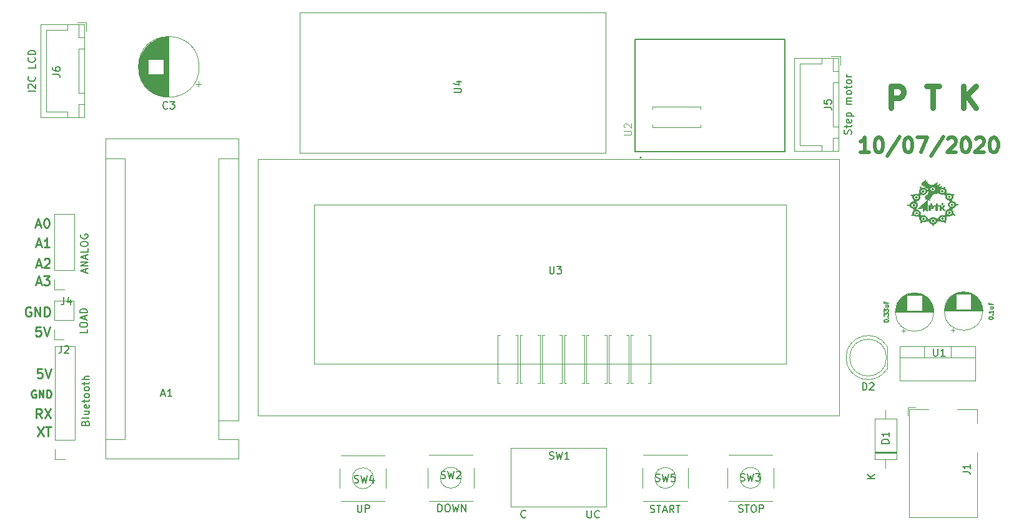
<source format=gbr>
G04 #@! TF.GenerationSoftware,KiCad,Pcbnew,(5.1.5)-3*
G04 #@! TF.CreationDate,2020-07-18T18:41:23+07:00*
G04 #@! TF.ProjectId,control_step_motor,636f6e74-726f-46c5-9f73-7465705f6d6f,rev?*
G04 #@! TF.SameCoordinates,Original*
G04 #@! TF.FileFunction,Legend,Top*
G04 #@! TF.FilePolarity,Positive*
%FSLAX46Y46*%
G04 Gerber Fmt 4.6, Leading zero omitted, Abs format (unit mm)*
G04 Created by KiCad (PCBNEW (5.1.5)-3) date 2020-07-18 18:41:23*
%MOMM*%
%LPD*%
G04 APERTURE LIST*
%ADD10C,0.150000*%
%ADD11C,0.500000*%
%ADD12C,0.750000*%
%ADD13C,0.250000*%
%ADD14C,0.010000*%
%ADD15C,0.120000*%
%ADD16C,0.200000*%
%ADD17C,0.127000*%
%ADD18C,0.015000*%
G04 APERTURE END LIST*
D10*
X165279485Y-124344180D02*
X165279485Y-125153704D01*
X165327104Y-125248942D01*
X165374723Y-125296561D01*
X165469961Y-125344180D01*
X165660438Y-125344180D01*
X165755676Y-125296561D01*
X165803295Y-125248942D01*
X165850914Y-125153704D01*
X165850914Y-124344180D01*
X166898533Y-125248942D02*
X166850914Y-125296561D01*
X166708057Y-125344180D01*
X166612819Y-125344180D01*
X166469961Y-125296561D01*
X166374723Y-125201323D01*
X166327104Y-125106085D01*
X166279485Y-124915609D01*
X166279485Y-124772752D01*
X166327104Y-124582276D01*
X166374723Y-124487038D01*
X166469961Y-124391800D01*
X166612819Y-124344180D01*
X166708057Y-124344180D01*
X166850914Y-124391800D01*
X166898533Y-124439419D01*
D11*
X203480423Y-75745861D02*
X202337566Y-75745861D01*
X202908995Y-75745861D02*
X202908995Y-73745861D01*
X202718519Y-74031576D01*
X202528042Y-74222052D01*
X202337566Y-74317290D01*
X204718519Y-73745861D02*
X204908995Y-73745861D01*
X205099471Y-73841100D01*
X205194709Y-73936338D01*
X205289947Y-74126814D01*
X205385185Y-74507766D01*
X205385185Y-74983957D01*
X205289947Y-75364909D01*
X205194709Y-75555385D01*
X205099471Y-75650623D01*
X204908995Y-75745861D01*
X204718519Y-75745861D01*
X204528042Y-75650623D01*
X204432804Y-75555385D01*
X204337566Y-75364909D01*
X204242328Y-74983957D01*
X204242328Y-74507766D01*
X204337566Y-74126814D01*
X204432804Y-73936338D01*
X204528042Y-73841100D01*
X204718519Y-73745861D01*
X207670900Y-73650623D02*
X205956614Y-76222052D01*
X208718519Y-73745861D02*
X208908995Y-73745861D01*
X209099471Y-73841100D01*
X209194709Y-73936338D01*
X209289947Y-74126814D01*
X209385185Y-74507766D01*
X209385185Y-74983957D01*
X209289947Y-75364909D01*
X209194709Y-75555385D01*
X209099471Y-75650623D01*
X208908995Y-75745861D01*
X208718519Y-75745861D01*
X208528042Y-75650623D01*
X208432804Y-75555385D01*
X208337566Y-75364909D01*
X208242328Y-74983957D01*
X208242328Y-74507766D01*
X208337566Y-74126814D01*
X208432804Y-73936338D01*
X208528042Y-73841100D01*
X208718519Y-73745861D01*
X210051852Y-73745861D02*
X211385185Y-73745861D01*
X210528042Y-75745861D01*
X213575661Y-73650623D02*
X211861376Y-76222052D01*
X214147090Y-73936338D02*
X214242328Y-73841100D01*
X214432804Y-73745861D01*
X214908995Y-73745861D01*
X215099471Y-73841100D01*
X215194709Y-73936338D01*
X215289947Y-74126814D01*
X215289947Y-74317290D01*
X215194709Y-74603004D01*
X214051852Y-75745861D01*
X215289947Y-75745861D01*
X216528042Y-73745861D02*
X216718519Y-73745861D01*
X216908995Y-73841100D01*
X217004233Y-73936338D01*
X217099471Y-74126814D01*
X217194709Y-74507766D01*
X217194709Y-74983957D01*
X217099471Y-75364909D01*
X217004233Y-75555385D01*
X216908995Y-75650623D01*
X216718519Y-75745861D01*
X216528042Y-75745861D01*
X216337566Y-75650623D01*
X216242328Y-75555385D01*
X216147090Y-75364909D01*
X216051852Y-74983957D01*
X216051852Y-74507766D01*
X216147090Y-74126814D01*
X216242328Y-73936338D01*
X216337566Y-73841100D01*
X216528042Y-73745861D01*
X217956614Y-73936338D02*
X218051852Y-73841100D01*
X218242328Y-73745861D01*
X218718519Y-73745861D01*
X218908995Y-73841100D01*
X219004233Y-73936338D01*
X219099471Y-74126814D01*
X219099471Y-74317290D01*
X219004233Y-74603004D01*
X217861376Y-75745861D01*
X219099471Y-75745861D01*
X220337566Y-73745861D02*
X220528042Y-73745861D01*
X220718519Y-73841100D01*
X220813757Y-73936338D01*
X220908995Y-74126814D01*
X221004233Y-74507766D01*
X221004233Y-74983957D01*
X220908995Y-75364909D01*
X220813757Y-75555385D01*
X220718519Y-75650623D01*
X220528042Y-75745861D01*
X220337566Y-75745861D01*
X220147090Y-75650623D01*
X220051852Y-75555385D01*
X219956614Y-75364909D01*
X219861376Y-74983957D01*
X219861376Y-74507766D01*
X219956614Y-74126814D01*
X220051852Y-73936338D01*
X220147090Y-73841100D01*
X220337566Y-73745861D01*
D12*
X206451914Y-69772042D02*
X206451914Y-66772042D01*
X207594771Y-66772042D01*
X207880485Y-66914900D01*
X208023342Y-67057757D01*
X208166200Y-67343471D01*
X208166200Y-67772042D01*
X208023342Y-68057757D01*
X207880485Y-68200614D01*
X207594771Y-68343471D01*
X206451914Y-68343471D01*
X211309057Y-66772042D02*
X213023342Y-66772042D01*
X212166200Y-69772042D02*
X212166200Y-66772042D01*
X216309057Y-69772042D02*
X216309057Y-66772042D01*
X218023342Y-69772042D02*
X216737628Y-68057757D01*
X218023342Y-66772042D02*
X216309057Y-68486328D01*
D13*
X90597942Y-91051433D02*
X91193180Y-91051433D01*
X90478895Y-91408576D02*
X90895561Y-90158576D01*
X91312228Y-91408576D01*
X91669371Y-90277623D02*
X91728895Y-90218100D01*
X91847942Y-90158576D01*
X92145561Y-90158576D01*
X92264609Y-90218100D01*
X92324133Y-90277623D01*
X92383657Y-90396671D01*
X92383657Y-90515719D01*
X92324133Y-90694290D01*
X91609847Y-91408576D01*
X92383657Y-91408576D01*
X90572542Y-93426333D02*
X91167780Y-93426333D01*
X90453495Y-93783476D02*
X90870161Y-92533476D01*
X91286828Y-93783476D01*
X91584447Y-92533476D02*
X92358257Y-92533476D01*
X91941590Y-93009666D01*
X92120161Y-93009666D01*
X92239209Y-93069190D01*
X92298733Y-93128714D01*
X92358257Y-93247761D01*
X92358257Y-93545380D01*
X92298733Y-93664428D01*
X92239209Y-93723952D01*
X92120161Y-93783476D01*
X91763019Y-93783476D01*
X91643971Y-93723952D01*
X91584447Y-93664428D01*
X90597942Y-88270133D02*
X91193180Y-88270133D01*
X90478895Y-88627276D02*
X90895561Y-87377276D01*
X91312228Y-88627276D01*
X92383657Y-88627276D02*
X91669371Y-88627276D01*
X92026514Y-88627276D02*
X92026514Y-87377276D01*
X91907466Y-87555847D01*
X91788419Y-87674895D01*
X91669371Y-87734419D01*
X90534442Y-85603133D02*
X91129680Y-85603133D01*
X90415395Y-85960276D02*
X90832061Y-84710276D01*
X91248728Y-85960276D01*
X91903490Y-84710276D02*
X92022538Y-84710276D01*
X92141585Y-84769800D01*
X92201109Y-84829323D01*
X92260633Y-84948371D01*
X92320157Y-85186466D01*
X92320157Y-85484085D01*
X92260633Y-85722180D01*
X92201109Y-85841228D01*
X92141585Y-85900752D01*
X92022538Y-85960276D01*
X91903490Y-85960276D01*
X91784442Y-85900752D01*
X91724919Y-85841228D01*
X91665395Y-85722180D01*
X91605871Y-85484085D01*
X91605871Y-85186466D01*
X91665395Y-84948371D01*
X91724919Y-84829323D01*
X91784442Y-84769800D01*
X91903490Y-84710276D01*
X89801819Y-96796700D02*
X89682771Y-96737176D01*
X89504200Y-96737176D01*
X89325628Y-96796700D01*
X89206580Y-96915747D01*
X89147057Y-97034795D01*
X89087533Y-97272890D01*
X89087533Y-97451461D01*
X89147057Y-97689557D01*
X89206580Y-97808604D01*
X89325628Y-97927652D01*
X89504200Y-97987176D01*
X89623247Y-97987176D01*
X89801819Y-97927652D01*
X89861342Y-97868128D01*
X89861342Y-97451461D01*
X89623247Y-97451461D01*
X90397057Y-97987176D02*
X90397057Y-96737176D01*
X91111342Y-97987176D01*
X91111342Y-96737176D01*
X91706580Y-97987176D02*
X91706580Y-96737176D01*
X92004200Y-96737176D01*
X92182771Y-96796700D01*
X92301819Y-96915747D01*
X92361342Y-97034795D01*
X92420866Y-97272890D01*
X92420866Y-97451461D01*
X92361342Y-97689557D01*
X92301819Y-97808604D01*
X92182771Y-97927652D01*
X92004200Y-97987176D01*
X91706580Y-97987176D01*
X91151104Y-99454976D02*
X90555866Y-99454976D01*
X90496342Y-100050214D01*
X90555866Y-99990690D01*
X90674914Y-99931166D01*
X90972533Y-99931166D01*
X91091580Y-99990690D01*
X91151104Y-100050214D01*
X91210628Y-100169261D01*
X91210628Y-100466880D01*
X91151104Y-100585928D01*
X91091580Y-100645452D01*
X90972533Y-100704976D01*
X90674914Y-100704976D01*
X90555866Y-100645452D01*
X90496342Y-100585928D01*
X91567771Y-99454976D02*
X91984438Y-100704976D01*
X92401104Y-99454976D01*
X91367004Y-105157276D02*
X90771766Y-105157276D01*
X90712242Y-105752514D01*
X90771766Y-105692990D01*
X90890814Y-105633466D01*
X91188433Y-105633466D01*
X91307480Y-105692990D01*
X91367004Y-105752514D01*
X91426528Y-105871561D01*
X91426528Y-106169180D01*
X91367004Y-106288228D01*
X91307480Y-106347752D01*
X91188433Y-106407276D01*
X90890814Y-106407276D01*
X90771766Y-106347752D01*
X90712242Y-106288228D01*
X91783671Y-105157276D02*
X92200338Y-106407276D01*
X92617004Y-105157276D01*
X90487595Y-108072300D02*
X90392357Y-108024680D01*
X90249500Y-108024680D01*
X90106642Y-108072300D01*
X90011404Y-108167538D01*
X89963785Y-108262776D01*
X89916166Y-108453252D01*
X89916166Y-108596109D01*
X89963785Y-108786585D01*
X90011404Y-108881823D01*
X90106642Y-108977061D01*
X90249500Y-109024680D01*
X90344738Y-109024680D01*
X90487595Y-108977061D01*
X90535214Y-108929442D01*
X90535214Y-108596109D01*
X90344738Y-108596109D01*
X90963785Y-109024680D02*
X90963785Y-108024680D01*
X91535214Y-109024680D01*
X91535214Y-108024680D01*
X92011404Y-109024680D02*
X92011404Y-108024680D01*
X92249500Y-108024680D01*
X92392357Y-108072300D01*
X92487595Y-108167538D01*
X92535214Y-108262776D01*
X92582833Y-108453252D01*
X92582833Y-108596109D01*
X92535214Y-108786585D01*
X92487595Y-108881823D01*
X92392357Y-108977061D01*
X92249500Y-109024680D01*
X92011404Y-109024680D01*
X91295166Y-111817476D02*
X90878500Y-111222238D01*
X90580880Y-111817476D02*
X90580880Y-110567476D01*
X91057071Y-110567476D01*
X91176119Y-110627000D01*
X91235642Y-110686523D01*
X91295166Y-110805571D01*
X91295166Y-110984142D01*
X91235642Y-111103190D01*
X91176119Y-111162714D01*
X91057071Y-111222238D01*
X90580880Y-111222238D01*
X91711833Y-110567476D02*
X92545166Y-111817476D01*
X92545166Y-110567476D02*
X91711833Y-111817476D01*
X92557480Y-113005876D02*
X91843195Y-113005876D01*
X92200338Y-114255876D02*
X92200338Y-113005876D01*
X91545576Y-113005876D02*
X90712242Y-114255876D01*
X90712242Y-113005876D02*
X91545576Y-114255876D01*
D14*
G36*
X212172259Y-80615248D02*
G01*
X212220040Y-80652989D01*
X212233933Y-80708701D01*
X212222646Y-80761197D01*
X212181614Y-80797715D01*
X212171484Y-80803207D01*
X212127346Y-80824704D01*
X212103386Y-80833861D01*
X212102693Y-80833829D01*
X212080480Y-80826179D01*
X212038098Y-80810884D01*
X211985921Y-80775173D01*
X211965294Y-80725690D01*
X211973450Y-80673446D01*
X212007620Y-80629456D01*
X212065036Y-80604731D01*
X212090439Y-80602667D01*
X212172259Y-80615248D01*
G37*
X212172259Y-80615248D02*
X212220040Y-80652989D01*
X212233933Y-80708701D01*
X212222646Y-80761197D01*
X212181614Y-80797715D01*
X212171484Y-80803207D01*
X212127346Y-80824704D01*
X212103386Y-80833861D01*
X212102693Y-80833829D01*
X212080480Y-80826179D01*
X212038098Y-80810884D01*
X211985921Y-80775173D01*
X211965294Y-80725690D01*
X211973450Y-80673446D01*
X212007620Y-80629456D01*
X212065036Y-80604731D01*
X212090439Y-80602667D01*
X212172259Y-80615248D01*
G36*
X213429478Y-80878741D02*
G01*
X213486128Y-80916080D01*
X213504151Y-80941740D01*
X213514060Y-80996404D01*
X213490796Y-81045232D01*
X213443501Y-81081079D01*
X213381313Y-81096800D01*
X213318184Y-81087115D01*
X213265243Y-81050039D01*
X213240769Y-80996126D01*
X213250475Y-80940320D01*
X213297834Y-80890784D01*
X213362107Y-80870283D01*
X213429478Y-80878741D01*
G37*
X213429478Y-80878741D02*
X213486128Y-80916080D01*
X213504151Y-80941740D01*
X213514060Y-80996404D01*
X213490796Y-81045232D01*
X213443501Y-81081079D01*
X213381313Y-81096800D01*
X213318184Y-81087115D01*
X213265243Y-81050039D01*
X213240769Y-80996126D01*
X213250475Y-80940320D01*
X213297834Y-80890784D01*
X213362107Y-80870283D01*
X213429478Y-80878741D01*
G36*
X210860412Y-80912599D02*
G01*
X210914364Y-80948949D01*
X210929617Y-80974029D01*
X210929283Y-81020467D01*
X210906935Y-81074624D01*
X210871408Y-81115228D01*
X210870806Y-81115634D01*
X210814969Y-81131335D01*
X210748297Y-81122688D01*
X210692203Y-81092768D01*
X210688767Y-81089500D01*
X210657370Y-81047595D01*
X210646433Y-81015417D01*
X210664615Y-80968990D01*
X210708985Y-80926752D01*
X210764280Y-80901490D01*
X210785408Y-80899000D01*
X210860412Y-80912599D01*
G37*
X210860412Y-80912599D02*
X210914364Y-80948949D01*
X210929617Y-80974029D01*
X210929283Y-81020467D01*
X210906935Y-81074624D01*
X210871408Y-81115228D01*
X210870806Y-81115634D01*
X210814969Y-81131335D01*
X210748297Y-81122688D01*
X210692203Y-81092768D01*
X210688767Y-81089500D01*
X210657370Y-81047595D01*
X210646433Y-81015417D01*
X210664615Y-80968990D01*
X210708985Y-80926752D01*
X210764280Y-80901490D01*
X210785408Y-80899000D01*
X210860412Y-80912599D01*
G36*
X214405101Y-81654725D02*
G01*
X214450733Y-81692437D01*
X214472034Y-81742530D01*
X214465890Y-81794561D01*
X214429192Y-81838090D01*
X214401547Y-81852249D01*
X214339257Y-81870239D01*
X214292546Y-81864566D01*
X214249476Y-81839717D01*
X214208821Y-81791662D01*
X214202791Y-81737549D01*
X214226889Y-81687497D01*
X214276622Y-81651628D01*
X214338248Y-81639834D01*
X214405101Y-81654725D01*
G37*
X214405101Y-81654725D02*
X214450733Y-81692437D01*
X214472034Y-81742530D01*
X214465890Y-81794561D01*
X214429192Y-81838090D01*
X214401547Y-81852249D01*
X214339257Y-81870239D01*
X214292546Y-81864566D01*
X214249476Y-81839717D01*
X214208821Y-81791662D01*
X214202791Y-81737549D01*
X214226889Y-81687497D01*
X214276622Y-81651628D01*
X214338248Y-81639834D01*
X214405101Y-81654725D01*
G36*
X209935322Y-81721076D02*
G01*
X209979785Y-81755444D01*
X210003325Y-81800791D01*
X210000750Y-81849394D01*
X209966865Y-81893529D01*
X209935947Y-81911788D01*
X209869284Y-81933503D01*
X209817577Y-81924268D01*
X209767292Y-81884450D01*
X209732289Y-81827000D01*
X209736795Y-81771737D01*
X209778760Y-81727963D01*
X209804402Y-81716168D01*
X209875130Y-81705409D01*
X209935322Y-81721076D01*
G37*
X209935322Y-81721076D02*
X209979785Y-81755444D01*
X210003325Y-81800791D01*
X210000750Y-81849394D01*
X209966865Y-81893529D01*
X209935947Y-81911788D01*
X209869284Y-81933503D01*
X209817577Y-81924268D01*
X209767292Y-81884450D01*
X209732289Y-81827000D01*
X209736795Y-81771737D01*
X209778760Y-81727963D01*
X209804402Y-81716168D01*
X209875130Y-81705409D01*
X209935322Y-81721076D01*
G36*
X214781686Y-82742116D02*
G01*
X214804911Y-82760814D01*
X214831259Y-82816402D01*
X214821058Y-82873606D01*
X214777550Y-82919590D01*
X214762861Y-82927371D01*
X214713823Y-82947171D01*
X214678908Y-82947907D01*
X214634231Y-82929148D01*
X214625767Y-82924906D01*
X214581348Y-82882645D01*
X214565869Y-82825052D01*
X214582331Y-82768497D01*
X214594379Y-82753745D01*
X214649164Y-82725231D01*
X214718132Y-82721574D01*
X214781686Y-82742116D01*
G37*
X214781686Y-82742116D02*
X214804911Y-82760814D01*
X214831259Y-82816402D01*
X214821058Y-82873606D01*
X214777550Y-82919590D01*
X214762861Y-82927371D01*
X214713823Y-82947171D01*
X214678908Y-82947907D01*
X214634231Y-82929148D01*
X214625767Y-82924906D01*
X214581348Y-82882645D01*
X214565869Y-82825052D01*
X214582331Y-82768497D01*
X214594379Y-82753745D01*
X214649164Y-82725231D01*
X214718132Y-82721574D01*
X214781686Y-82742116D01*
G36*
X209565366Y-82787049D02*
G01*
X209626534Y-82812006D01*
X209640245Y-82824314D01*
X209666592Y-82879902D01*
X209656391Y-82937106D01*
X209612883Y-82983090D01*
X209598195Y-82990871D01*
X209549156Y-83010671D01*
X209514242Y-83011407D01*
X209469564Y-82992648D01*
X209461100Y-82988406D01*
X209418031Y-82948214D01*
X209399476Y-82893087D01*
X209408081Y-82838982D01*
X209431580Y-82810336D01*
X209493841Y-82786054D01*
X209565366Y-82787049D01*
G37*
X209565366Y-82787049D02*
X209626534Y-82812006D01*
X209640245Y-82824314D01*
X209666592Y-82879902D01*
X209656391Y-82937106D01*
X209612883Y-82983090D01*
X209598195Y-82990871D01*
X209549156Y-83010671D01*
X209514242Y-83011407D01*
X209469564Y-82992648D01*
X209461100Y-82988406D01*
X209418031Y-82948214D01*
X209399476Y-82893087D01*
X209408081Y-82838982D01*
X209431580Y-82810336D01*
X209493841Y-82786054D01*
X209565366Y-82787049D01*
G36*
X214406539Y-83811975D02*
G01*
X214459118Y-83844165D01*
X214493278Y-83884548D01*
X214498767Y-83905629D01*
X214481734Y-83942769D01*
X214440503Y-83984243D01*
X214389879Y-84017919D01*
X214344970Y-84031667D01*
X214292944Y-84017526D01*
X214248758Y-83988509D01*
X214215236Y-83947643D01*
X214202433Y-83914426D01*
X214221001Y-83867387D01*
X214267070Y-83825955D01*
X214326190Y-83801403D01*
X214350600Y-83798834D01*
X214406539Y-83811975D01*
G37*
X214406539Y-83811975D02*
X214459118Y-83844165D01*
X214493278Y-83884548D01*
X214498767Y-83905629D01*
X214481734Y-83942769D01*
X214440503Y-83984243D01*
X214389879Y-84017919D01*
X214344970Y-84031667D01*
X214292944Y-84017526D01*
X214248758Y-83988509D01*
X214215236Y-83947643D01*
X214202433Y-83914426D01*
X214221001Y-83867387D01*
X214267070Y-83825955D01*
X214326190Y-83801403D01*
X214350600Y-83798834D01*
X214406539Y-83811975D01*
G36*
X209957230Y-83861844D02*
G01*
X210016920Y-83900419D01*
X210042572Y-83950577D01*
X210036603Y-84002383D01*
X210001431Y-84045902D01*
X209939475Y-84071199D01*
X209905600Y-84074000D01*
X209841915Y-84066920D01*
X209801838Y-84040683D01*
X209788167Y-84022503D01*
X209766534Y-83974893D01*
X209775348Y-83932155D01*
X209778382Y-83926240D01*
X209827110Y-83875774D01*
X209895199Y-83853543D01*
X209957230Y-83861844D01*
G37*
X209957230Y-83861844D02*
X210016920Y-83900419D01*
X210042572Y-83950577D01*
X210036603Y-84002383D01*
X210001431Y-84045902D01*
X209939475Y-84071199D01*
X209905600Y-84074000D01*
X209841915Y-84066920D01*
X209801838Y-84040683D01*
X209788167Y-84022503D01*
X209766534Y-83974893D01*
X209775348Y-83932155D01*
X209778382Y-83926240D01*
X209827110Y-83875774D01*
X209895199Y-83853543D01*
X209957230Y-83861844D01*
G36*
X213466958Y-82651901D02*
G01*
X213498942Y-82700754D01*
X213503933Y-82740500D01*
X213488422Y-82805250D01*
X213444455Y-82840787D01*
X213408683Y-82846334D01*
X213360109Y-82834871D01*
X213338833Y-82820934D01*
X213319274Y-82781353D01*
X213313433Y-82740500D01*
X213328944Y-82675750D01*
X213372912Y-82640213D01*
X213408683Y-82634667D01*
X213466958Y-82651901D01*
G37*
X213466958Y-82651901D02*
X213498942Y-82700754D01*
X213503933Y-82740500D01*
X213488422Y-82805250D01*
X213444455Y-82840787D01*
X213408683Y-82846334D01*
X213360109Y-82834871D01*
X213338833Y-82820934D01*
X213319274Y-82781353D01*
X213313433Y-82740500D01*
X213328944Y-82675750D01*
X213372912Y-82640213D01*
X213408683Y-82634667D01*
X213466958Y-82651901D01*
G36*
X212683792Y-82673068D02*
G01*
X212715775Y-82721921D01*
X212720767Y-82761667D01*
X212705255Y-82826417D01*
X212661288Y-82861954D01*
X212625517Y-82867500D01*
X212576943Y-82856037D01*
X212555667Y-82842100D01*
X212536108Y-82802520D01*
X212530267Y-82761667D01*
X212545778Y-82696917D01*
X212589745Y-82661380D01*
X212625517Y-82655834D01*
X212683792Y-82673068D01*
G37*
X212683792Y-82673068D02*
X212715775Y-82721921D01*
X212720767Y-82761667D01*
X212705255Y-82826417D01*
X212661288Y-82861954D01*
X212625517Y-82867500D01*
X212576943Y-82856037D01*
X212555667Y-82842100D01*
X212536108Y-82802520D01*
X212530267Y-82761667D01*
X212545778Y-82696917D01*
X212589745Y-82661380D01*
X212625517Y-82655834D01*
X212683792Y-82673068D01*
G36*
X211964167Y-82689027D02*
G01*
X211992488Y-82733105D01*
X211998237Y-82786929D01*
X211975507Y-82839731D01*
X211962391Y-82853636D01*
X211918518Y-82883661D01*
X211877214Y-82880788D01*
X211847642Y-82865805D01*
X211817916Y-82824709D01*
X211810600Y-82770745D01*
X211818248Y-82714185D01*
X211847120Y-82681701D01*
X211863431Y-82673188D01*
X211919179Y-82665465D01*
X211964167Y-82689027D01*
G37*
X211964167Y-82689027D02*
X211992488Y-82733105D01*
X211998237Y-82786929D01*
X211975507Y-82839731D01*
X211962391Y-82853636D01*
X211918518Y-82883661D01*
X211877214Y-82880788D01*
X211847642Y-82865805D01*
X211817916Y-82824709D01*
X211810600Y-82770745D01*
X211818248Y-82714185D01*
X211847120Y-82681701D01*
X211863431Y-82673188D01*
X211919179Y-82665465D01*
X211964167Y-82689027D01*
G36*
X213271681Y-83084459D02*
G01*
X213272263Y-83237917D01*
X213418833Y-83084459D01*
X213486865Y-83014360D01*
X213535178Y-82969662D01*
X213572781Y-82944671D01*
X213608684Y-82933693D01*
X213651896Y-82931035D01*
X213661668Y-82931000D01*
X213718838Y-82934019D01*
X213753330Y-82941665D01*
X213757933Y-82946344D01*
X213743948Y-82967114D01*
X213706425Y-83010135D01*
X213652010Y-83067977D01*
X213618462Y-83102236D01*
X213478991Y-83242784D01*
X213779553Y-83576584D01*
X213668201Y-83583526D01*
X213556850Y-83590469D01*
X213438554Y-83462638D01*
X213370155Y-83393878D01*
X213322471Y-83360454D01*
X213292245Y-83362812D01*
X213276219Y-83401399D01*
X213271132Y-83476661D01*
X213271100Y-83485567D01*
X213271100Y-83587167D01*
X213080600Y-83587167D01*
X213080600Y-82931000D01*
X213271100Y-82931000D01*
X213271681Y-83084459D01*
G37*
X213271681Y-83084459D02*
X213272263Y-83237917D01*
X213418833Y-83084459D01*
X213486865Y-83014360D01*
X213535178Y-82969662D01*
X213572781Y-82944671D01*
X213608684Y-82933693D01*
X213651896Y-82931035D01*
X213661668Y-82931000D01*
X213718838Y-82934019D01*
X213753330Y-82941665D01*
X213757933Y-82946344D01*
X213743948Y-82967114D01*
X213706425Y-83010135D01*
X213652010Y-83067977D01*
X213618462Y-83102236D01*
X213478991Y-83242784D01*
X213779553Y-83576584D01*
X213668201Y-83583526D01*
X213556850Y-83590469D01*
X213438554Y-83462638D01*
X213370155Y-83393878D01*
X213322471Y-83360454D01*
X213292245Y-83362812D01*
X213276219Y-83401399D01*
X213271132Y-83476661D01*
X213271100Y-83485567D01*
X213271100Y-83587167D01*
X213080600Y-83587167D01*
X213080600Y-82931000D01*
X213271100Y-82931000D01*
X213271681Y-83084459D01*
G36*
X212953600Y-82994500D02*
G01*
X212951645Y-83030802D01*
X212938834Y-83049697D01*
X212904747Y-83056868D01*
X212838963Y-83058000D01*
X212720767Y-83058000D01*
X212720767Y-83587167D01*
X212509100Y-83587167D01*
X212509100Y-83058000D01*
X212392683Y-83058000D01*
X212326130Y-83056934D01*
X212291489Y-83049946D01*
X212278341Y-83031353D01*
X212276267Y-82995471D01*
X212276267Y-82931000D01*
X212953600Y-82931000D01*
X212953600Y-82994500D01*
G37*
X212953600Y-82994500D02*
X212951645Y-83030802D01*
X212938834Y-83049697D01*
X212904747Y-83056868D01*
X212838963Y-83058000D01*
X212720767Y-83058000D01*
X212720767Y-83587167D01*
X212509100Y-83587167D01*
X212509100Y-83058000D01*
X212392683Y-83058000D01*
X212326130Y-83056934D01*
X212291489Y-83049946D01*
X212278341Y-83031353D01*
X212276267Y-82995471D01*
X212276267Y-82931000D01*
X212953600Y-82931000D01*
X212953600Y-82994500D01*
G36*
X211808602Y-82936836D02*
G01*
X211957396Y-82949869D01*
X212068309Y-82972415D01*
X212145105Y-83006387D01*
X212191548Y-83053700D01*
X212211402Y-83116267D01*
X212212767Y-83142326D01*
X212197187Y-83212205D01*
X212158196Y-83282818D01*
X212107418Y-83333795D01*
X212101422Y-83337436D01*
X212055609Y-83353171D01*
X211984317Y-83367160D01*
X211916433Y-83375106D01*
X211778850Y-83386084D01*
X211772398Y-83486625D01*
X211765947Y-83587167D01*
X211577767Y-83587167D01*
X211577767Y-83149722D01*
X211768267Y-83149722D01*
X211771324Y-83209188D01*
X211778998Y-83249189D01*
X211782628Y-83255806D01*
X211812569Y-83262142D01*
X211864951Y-83257396D01*
X211922322Y-83244643D01*
X211967226Y-83226957D01*
X211974642Y-83221982D01*
X211995493Y-83185792D01*
X212001100Y-83150135D01*
X211981819Y-83102752D01*
X211927427Y-83071169D01*
X211843097Y-83058178D01*
X211830389Y-83058000D01*
X211791659Y-83061062D01*
X211773671Y-83078035D01*
X211768512Y-83120603D01*
X211768267Y-83149722D01*
X211577767Y-83149722D01*
X211577767Y-82924658D01*
X211808602Y-82936836D01*
G37*
X211808602Y-82936836D02*
X211957396Y-82949869D01*
X212068309Y-82972415D01*
X212145105Y-83006387D01*
X212191548Y-83053700D01*
X212211402Y-83116267D01*
X212212767Y-83142326D01*
X212197187Y-83212205D01*
X212158196Y-83282818D01*
X212107418Y-83333795D01*
X212101422Y-83337436D01*
X212055609Y-83353171D01*
X211984317Y-83367160D01*
X211916433Y-83375106D01*
X211778850Y-83386084D01*
X211772398Y-83486625D01*
X211765947Y-83587167D01*
X211577767Y-83587167D01*
X211577767Y-83149722D01*
X211768267Y-83149722D01*
X211771324Y-83209188D01*
X211778998Y-83249189D01*
X211782628Y-83255806D01*
X211812569Y-83262142D01*
X211864951Y-83257396D01*
X211922322Y-83244643D01*
X211967226Y-83226957D01*
X211974642Y-83221982D01*
X211995493Y-83185792D01*
X212001100Y-83150135D01*
X211981819Y-83102752D01*
X211927427Y-83071169D01*
X211843097Y-83058178D01*
X211830389Y-83058000D01*
X211791659Y-83061062D01*
X211773671Y-83078035D01*
X211768512Y-83120603D01*
X211768267Y-83149722D01*
X211577767Y-83149722D01*
X211577767Y-82924658D01*
X211808602Y-82936836D01*
G36*
X211373216Y-82933498D02*
G01*
X211369976Y-83104657D01*
X211366638Y-83261950D01*
X211363333Y-83400475D01*
X211360193Y-83515328D01*
X211357351Y-83601607D01*
X211354938Y-83654407D01*
X211353398Y-83669258D01*
X211333330Y-83663022D01*
X211285053Y-83639688D01*
X211216945Y-83603452D01*
X211173158Y-83579026D01*
X211097816Y-83537156D01*
X211037930Y-83505420D01*
X211001776Y-83488121D01*
X210994976Y-83486351D01*
X210983460Y-83506646D01*
X210958732Y-83553221D01*
X210935579Y-83597750D01*
X210892453Y-83679884D01*
X210863977Y-83729034D01*
X210846213Y-83750253D01*
X210835227Y-83748592D01*
X210828857Y-83734740D01*
X210820554Y-83699306D01*
X210808443Y-83635365D01*
X210795040Y-83556268D01*
X210794081Y-83550274D01*
X210769658Y-83396964D01*
X210973029Y-83005232D01*
X211033132Y-82888625D01*
X211085279Y-82785838D01*
X211126755Y-82702361D01*
X211154844Y-82643683D01*
X211166829Y-82615293D01*
X211166845Y-82613500D01*
X211152165Y-82629832D01*
X211116330Y-82675583D01*
X211063016Y-82745884D01*
X210995898Y-82835866D01*
X210918650Y-82940661D01*
X210879267Y-82994500D01*
X210601242Y-83375500D01*
X210107645Y-83375500D01*
X210160081Y-83325917D01*
X210195757Y-83292643D01*
X210256529Y-83236473D01*
X210337996Y-83161440D01*
X210435755Y-83071577D01*
X210545404Y-82970916D01*
X210662541Y-82863488D01*
X210782763Y-82753327D01*
X210901670Y-82644465D01*
X211014857Y-82540934D01*
X211117924Y-82446767D01*
X211206469Y-82365996D01*
X211276088Y-82302653D01*
X211322380Y-82260771D01*
X211339479Y-82245581D01*
X211386191Y-82205746D01*
X211373216Y-82933498D01*
G37*
X211373216Y-82933498D02*
X211369976Y-83104657D01*
X211366638Y-83261950D01*
X211363333Y-83400475D01*
X211360193Y-83515328D01*
X211357351Y-83601607D01*
X211354938Y-83654407D01*
X211353398Y-83669258D01*
X211333330Y-83663022D01*
X211285053Y-83639688D01*
X211216945Y-83603452D01*
X211173158Y-83579026D01*
X211097816Y-83537156D01*
X211037930Y-83505420D01*
X211001776Y-83488121D01*
X210994976Y-83486351D01*
X210983460Y-83506646D01*
X210958732Y-83553221D01*
X210935579Y-83597750D01*
X210892453Y-83679884D01*
X210863977Y-83729034D01*
X210846213Y-83750253D01*
X210835227Y-83748592D01*
X210828857Y-83734740D01*
X210820554Y-83699306D01*
X210808443Y-83635365D01*
X210795040Y-83556268D01*
X210794081Y-83550274D01*
X210769658Y-83396964D01*
X210973029Y-83005232D01*
X211033132Y-82888625D01*
X211085279Y-82785838D01*
X211126755Y-82702361D01*
X211154844Y-82643683D01*
X211166829Y-82615293D01*
X211166845Y-82613500D01*
X211152165Y-82629832D01*
X211116330Y-82675583D01*
X211063016Y-82745884D01*
X210995898Y-82835866D01*
X210918650Y-82940661D01*
X210879267Y-82994500D01*
X210601242Y-83375500D01*
X210107645Y-83375500D01*
X210160081Y-83325917D01*
X210195757Y-83292643D01*
X210256529Y-83236473D01*
X210337996Y-83161440D01*
X210435755Y-83071577D01*
X210545404Y-82970916D01*
X210662541Y-82863488D01*
X210782763Y-82753327D01*
X210901670Y-82644465D01*
X211014857Y-82540934D01*
X211117924Y-82446767D01*
X211206469Y-82365996D01*
X211276088Y-82302653D01*
X211322380Y-82260771D01*
X211339479Y-82245581D01*
X211386191Y-82205746D01*
X211373216Y-82933498D01*
G36*
X213491322Y-84599742D02*
G01*
X213535785Y-84634110D01*
X213559325Y-84679457D01*
X213556750Y-84728060D01*
X213522865Y-84772196D01*
X213491947Y-84790455D01*
X213425284Y-84812170D01*
X213373577Y-84802934D01*
X213323292Y-84763117D01*
X213288289Y-84705667D01*
X213292795Y-84650404D01*
X213334760Y-84606629D01*
X213360402Y-84594834D01*
X213431130Y-84584076D01*
X213491322Y-84599742D01*
G37*
X213491322Y-84599742D02*
X213535785Y-84634110D01*
X213559325Y-84679457D01*
X213556750Y-84728060D01*
X213522865Y-84772196D01*
X213491947Y-84790455D01*
X213425284Y-84812170D01*
X213373577Y-84802934D01*
X213323292Y-84763117D01*
X213288289Y-84705667D01*
X213292795Y-84650404D01*
X213334760Y-84606629D01*
X213360402Y-84594834D01*
X213431130Y-84584076D01*
X213491322Y-84599742D01*
G36*
X210928846Y-84651990D02*
G01*
X210931517Y-84653701D01*
X210974755Y-84703113D01*
X210983236Y-84763314D01*
X210955289Y-84820309D01*
X210951838Y-84823905D01*
X210897511Y-84851885D01*
X210828902Y-84854845D01*
X210765209Y-84833668D01*
X210741103Y-84814193D01*
X210714577Y-84761512D01*
X210721940Y-84710020D01*
X210755119Y-84666519D01*
X210806044Y-84637812D01*
X210866643Y-84630701D01*
X210928846Y-84651990D01*
G37*
X210928846Y-84651990D02*
X210931517Y-84653701D01*
X210974755Y-84703113D01*
X210983236Y-84763314D01*
X210955289Y-84820309D01*
X210951838Y-84823905D01*
X210897511Y-84851885D01*
X210828902Y-84854845D01*
X210765209Y-84833668D01*
X210741103Y-84814193D01*
X210714577Y-84761512D01*
X210721940Y-84710020D01*
X210755119Y-84666519D01*
X210806044Y-84637812D01*
X210866643Y-84630701D01*
X210928846Y-84651990D01*
G36*
X212235212Y-84920331D02*
G01*
X212266951Y-84951380D01*
X212289709Y-85015356D01*
X212271970Y-85070431D01*
X212221947Y-85107955D01*
X212155305Y-85129665D01*
X212103589Y-85120416D01*
X212053054Y-85080379D01*
X212012259Y-85032042D01*
X212005446Y-84994353D01*
X212031694Y-84954012D01*
X212043433Y-84941834D01*
X212103432Y-84906128D01*
X212172511Y-84899181D01*
X212235212Y-84920331D01*
G37*
X212235212Y-84920331D02*
X212266951Y-84951380D01*
X212289709Y-85015356D01*
X212271970Y-85070431D01*
X212221947Y-85107955D01*
X212155305Y-85129665D01*
X212103589Y-85120416D01*
X212053054Y-85080379D01*
X212012259Y-85032042D01*
X212005446Y-84994353D01*
X212031694Y-84954012D01*
X212043433Y-84941834D01*
X212103432Y-84906128D01*
X212172511Y-84899181D01*
X212235212Y-84920331D01*
G36*
X211168781Y-79510629D02*
G01*
X211162012Y-79562575D01*
X211151611Y-79626178D01*
X211140942Y-79695936D01*
X211136129Y-79747220D01*
X211137809Y-79767598D01*
X211161474Y-79766805D01*
X211211465Y-79754351D01*
X211247241Y-79742975D01*
X211306425Y-79725185D01*
X211347112Y-79717390D01*
X211356942Y-79718620D01*
X211355653Y-79742269D01*
X211340668Y-79789645D01*
X211333239Y-79808310D01*
X211299823Y-79888286D01*
X211351126Y-79875410D01*
X211387828Y-79870962D01*
X211395912Y-79891665D01*
X211392365Y-79915177D01*
X211390823Y-79938295D01*
X211400062Y-79958766D01*
X211426045Y-79980867D01*
X211474736Y-80008872D01*
X211552098Y-80047057D01*
X211622909Y-80080449D01*
X211863517Y-80193078D01*
X212041364Y-80177443D01*
X212219212Y-80161808D01*
X212472803Y-79989939D01*
X212563145Y-79929612D01*
X212640446Y-79879699D01*
X212698326Y-79844189D01*
X212730403Y-79827071D01*
X212734636Y-79826314D01*
X212731064Y-79848254D01*
X212714825Y-79900768D01*
X212688791Y-79975050D01*
X212667704Y-80031548D01*
X212636463Y-80116319D01*
X212612828Y-80186079D01*
X212599806Y-80231612D01*
X212598440Y-80243810D01*
X212618931Y-80241913D01*
X212670512Y-80225610D01*
X212745542Y-80197590D01*
X212836382Y-80160540D01*
X212842475Y-80157959D01*
X212933528Y-80119830D01*
X213008508Y-80089458D01*
X213059981Y-80069778D01*
X213080513Y-80063728D01*
X213080600Y-80063882D01*
X213069085Y-80082971D01*
X213038152Y-80128466D01*
X212993217Y-80192491D01*
X212963639Y-80233947D01*
X212913994Y-80304836D01*
X212876416Y-80361764D01*
X212855955Y-80396899D01*
X212853899Y-80404188D01*
X212876056Y-80403732D01*
X212929647Y-80397356D01*
X213004441Y-80386644D01*
X213090206Y-80373177D01*
X213176714Y-80358538D01*
X213253733Y-80344310D01*
X213292267Y-80336380D01*
X213312354Y-80335813D01*
X213310800Y-80350051D01*
X213284804Y-80383336D01*
X213231568Y-80439910D01*
X213208211Y-80463737D01*
X213150064Y-80523988D01*
X213107023Y-80571060D01*
X213084949Y-80598407D01*
X213083842Y-80602667D01*
X213109695Y-80596158D01*
X213160638Y-80579686D01*
X213189064Y-80569810D01*
X213273932Y-80550079D01*
X213375624Y-80541354D01*
X213413480Y-80541571D01*
X213481601Y-80542592D01*
X213530551Y-80536352D01*
X213574533Y-80517560D01*
X213627752Y-80480925D01*
X213675266Y-80444064D01*
X213742910Y-80393526D01*
X213781922Y-80371054D01*
X213794367Y-80375568D01*
X213793134Y-80382345D01*
X213780913Y-80426787D01*
X213764074Y-80492276D01*
X213756388Y-80523249D01*
X213743392Y-80583507D01*
X213745104Y-80623240D01*
X213766357Y-80660302D01*
X213805793Y-80705690D01*
X213883911Y-80818606D01*
X213920547Y-80938133D01*
X213919934Y-81036811D01*
X213915881Y-81089694D01*
X213924086Y-81133576D01*
X213949523Y-81182896D01*
X213991241Y-81243840D01*
X214074909Y-81360681D01*
X214175713Y-81329392D01*
X214318211Y-81306797D01*
X214468339Y-81323116D01*
X214619155Y-81377518D01*
X214632333Y-81384154D01*
X214756188Y-81448032D01*
X214905799Y-81416560D01*
X214979705Y-81402121D01*
X215035385Y-81393329D01*
X215061898Y-81391881D01*
X215062565Y-81392243D01*
X215051390Y-81408399D01*
X215015275Y-81444327D01*
X214961728Y-81492610D01*
X214955226Y-81498245D01*
X214896093Y-81550445D01*
X214863527Y-81585886D01*
X214851875Y-81615269D01*
X214855487Y-81649296D01*
X214862116Y-81674537D01*
X214869957Y-81778971D01*
X214840943Y-81889528D01*
X214777745Y-81997174D01*
X214760290Y-82018671D01*
X214688152Y-82102948D01*
X214722736Y-82240626D01*
X214743009Y-82314935D01*
X214761502Y-82358074D01*
X214785047Y-82380316D01*
X214820477Y-82391939D01*
X214823835Y-82392676D01*
X214953770Y-82437755D01*
X215068948Y-82510128D01*
X215160079Y-82602516D01*
X215214817Y-82699239D01*
X215233051Y-82730663D01*
X215265946Y-82752412D01*
X215324268Y-82770059D01*
X215370857Y-82779990D01*
X215444647Y-82796140D01*
X215502868Y-82811578D01*
X215530709Y-82821938D01*
X215523277Y-82833193D01*
X215482387Y-82850149D01*
X215415996Y-82869749D01*
X215388173Y-82876676D01*
X215303126Y-82898564D01*
X215250892Y-82917458D01*
X215222614Y-82937829D01*
X215209433Y-82964149D01*
X215208593Y-82967324D01*
X215176747Y-83029326D01*
X215116194Y-83097795D01*
X215037505Y-83163404D01*
X214951248Y-83216826D01*
X214900734Y-83238980D01*
X214837905Y-83263289D01*
X214798905Y-83287765D01*
X214772530Y-83324365D01*
X214747576Y-83385045D01*
X214737442Y-83413234D01*
X214690203Y-83545770D01*
X214771951Y-83627518D01*
X214852968Y-83733373D01*
X214892684Y-83847309D01*
X214893112Y-83954760D01*
X214888214Y-84000523D01*
X214893520Y-84034827D01*
X214914964Y-84068520D01*
X214958482Y-84112454D01*
X215000233Y-84150570D01*
X215120087Y-84258890D01*
X214947705Y-84226036D01*
X214861715Y-84210482D01*
X214806791Y-84203898D01*
X214772603Y-84206379D01*
X214748823Y-84218025D01*
X214736813Y-84228032D01*
X214634630Y-84294109D01*
X214505145Y-84336111D01*
X214357125Y-84352125D01*
X214213017Y-84342395D01*
X214151394Y-84335155D01*
X214108688Y-84340096D01*
X214068139Y-84362726D01*
X214013747Y-84407894D01*
X213961858Y-84454824D01*
X213936707Y-84487011D01*
X213932637Y-84516961D01*
X213943990Y-84557181D01*
X213944955Y-84559955D01*
X213966498Y-84681695D01*
X213951674Y-84805599D01*
X213903379Y-84919862D01*
X213836492Y-85002150D01*
X213802325Y-85038158D01*
X213793538Y-85070546D01*
X213805878Y-85119175D01*
X213809307Y-85129150D01*
X213831589Y-85198082D01*
X213849617Y-85261625D01*
X213850667Y-85265847D01*
X213865186Y-85325277D01*
X213744413Y-85234097D01*
X213684673Y-85190081D01*
X213639118Y-85163154D01*
X213593821Y-85149118D01*
X213534859Y-85143772D01*
X213448305Y-85142917D01*
X213442078Y-85142917D01*
X213347407Y-85141245D01*
X213279954Y-85134104D01*
X213224664Y-85118309D01*
X213166483Y-85090671D01*
X213148231Y-85080713D01*
X213084038Y-85046808D01*
X213037326Y-85030927D01*
X212989461Y-85030285D01*
X212921808Y-85042097D01*
X212908345Y-85044865D01*
X212807261Y-85067706D01*
X212738555Y-85089967D01*
X212692674Y-85116892D01*
X212660063Y-85153727D01*
X212637161Y-85193754D01*
X212563135Y-85294867D01*
X212453955Y-85375482D01*
X212351471Y-85422059D01*
X212294209Y-85445351D01*
X212258641Y-85470169D01*
X212234382Y-85508592D01*
X212211045Y-85572697D01*
X212204520Y-85592955D01*
X212181344Y-85660156D01*
X212161737Y-85707708D01*
X212150293Y-85725000D01*
X212137729Y-85706671D01*
X212116173Y-85658552D01*
X212090228Y-85590944D01*
X212089509Y-85588943D01*
X212061601Y-85515772D01*
X212036970Y-85471588D01*
X212005884Y-85445093D01*
X211958613Y-85424987D01*
X211943915Y-85419904D01*
X211817237Y-85360083D01*
X211721688Y-85275236D01*
X211654205Y-85167123D01*
X211620550Y-85101819D01*
X211590933Y-85065417D01*
X211554173Y-85047318D01*
X211520306Y-85040207D01*
X211419214Y-85028684D01*
X211328647Y-85027780D01*
X211258849Y-85036960D01*
X211220063Y-85055687D01*
X211219858Y-85055930D01*
X211158403Y-85103200D01*
X211066292Y-85140636D01*
X210954691Y-85164967D01*
X210834766Y-85172921D01*
X210821569Y-85172656D01*
X210661494Y-85167982D01*
X210534230Y-85269818D01*
X210470905Y-85319329D01*
X210434326Y-85343844D01*
X210419022Y-85345834D01*
X210419525Y-85327768D01*
X210421372Y-85320785D01*
X210449965Y-85217481D01*
X210466531Y-85145587D01*
X210470967Y-85095899D01*
X210463175Y-85059210D01*
X210443052Y-85026313D01*
X210417826Y-84996329D01*
X210348987Y-84887053D01*
X210316688Y-84762209D01*
X210317815Y-84714637D01*
X210501944Y-84714637D01*
X210509986Y-84802012D01*
X210548135Y-84883181D01*
X210613006Y-84951720D01*
X210701211Y-85001206D01*
X210809364Y-85025217D01*
X210842574Y-85026500D01*
X210920721Y-85020211D01*
X210945897Y-85014799D01*
X211800216Y-85014799D01*
X211821949Y-85106522D01*
X211881512Y-85192842D01*
X211890464Y-85201712D01*
X211989460Y-85268667D01*
X212103898Y-85299903D01*
X212224978Y-85294405D01*
X212339499Y-85253514D01*
X212420868Y-85192519D01*
X212479789Y-85112711D01*
X212507825Y-85026425D01*
X212509021Y-85005664D01*
X212489269Y-84916758D01*
X212435661Y-84838619D01*
X212356252Y-84776066D01*
X212259099Y-84733914D01*
X212152259Y-84716982D01*
X212046779Y-84729266D01*
X211939593Y-84774907D01*
X211861277Y-84842223D01*
X211814072Y-84924443D01*
X211800216Y-85014799D01*
X210945897Y-85014799D01*
X210993970Y-85004465D01*
X211013226Y-84997628D01*
X211073171Y-84961540D01*
X211131286Y-84910095D01*
X211139546Y-84900754D01*
X211186426Y-84815103D01*
X211197495Y-84720472D01*
X211174663Y-84627097D01*
X211119840Y-84545215D01*
X211064988Y-84501154D01*
X210947526Y-84452123D01*
X210825233Y-84442616D01*
X210706225Y-84471850D01*
X210598615Y-84539044D01*
X210589730Y-84546959D01*
X210527397Y-84627479D01*
X210501944Y-84714637D01*
X210317815Y-84714637D01*
X210319155Y-84658092D01*
X210324881Y-84605587D01*
X210318109Y-84568978D01*
X210292231Y-84534148D01*
X210240638Y-84486981D01*
X210237947Y-84484639D01*
X210143101Y-84402132D01*
X209934392Y-84402108D01*
X209835864Y-84401178D01*
X209766454Y-84396552D01*
X209712958Y-84385435D01*
X209662169Y-84365031D01*
X209600883Y-84332546D01*
X209597880Y-84330874D01*
X209470077Y-84259664D01*
X209312208Y-84292146D01*
X209236243Y-84306840D01*
X209178439Y-84316256D01*
X209149370Y-84318714D01*
X209147949Y-84318239D01*
X209159607Y-84302548D01*
X209196276Y-84267015D01*
X209250425Y-84218875D01*
X209258997Y-84211520D01*
X209376433Y-84111191D01*
X209376512Y-83981471D01*
X209378039Y-83968167D01*
X209556350Y-83968167D01*
X209560939Y-84038032D01*
X209580582Y-84088644D01*
X209624098Y-84141504D01*
X209629903Y-84147536D01*
X209729750Y-84222690D01*
X209842671Y-84259121D01*
X209962649Y-84255892D01*
X210074501Y-84216875D01*
X210173720Y-84149309D01*
X210233290Y-84067884D01*
X210253866Y-83971693D01*
X210253888Y-83968167D01*
X210234105Y-83870842D01*
X210179345Y-83786465D01*
X210096493Y-83721674D01*
X209992433Y-83683108D01*
X209951978Y-83677005D01*
X209825725Y-83680158D01*
X209719437Y-83718069D01*
X209628907Y-83789825D01*
X209582908Y-83843997D01*
X209561700Y-83894501D01*
X209556360Y-83963270D01*
X209556350Y-83968167D01*
X209378039Y-83968167D01*
X209391167Y-83853827D01*
X209437956Y-83748441D01*
X209521381Y-83655501D01*
X209529028Y-83648938D01*
X209593672Y-83594293D01*
X209535079Y-83463730D01*
X209498198Y-83389221D01*
X209467814Y-83348147D01*
X209438297Y-83333384D01*
X209431751Y-83332960D01*
X209357336Y-83317963D01*
X209323048Y-83302388D01*
X209856139Y-83302388D01*
X209863458Y-83354084D01*
X209864153Y-83357792D01*
X209881327Y-83438828D01*
X209900420Y-83487627D01*
X209929446Y-83513844D01*
X209976421Y-83527134D01*
X210008687Y-83531888D01*
X210122563Y-83562686D01*
X210232375Y-83619889D01*
X210325165Y-83695117D01*
X210385774Y-83775704D01*
X210426386Y-83894081D01*
X210431602Y-84018701D01*
X210404969Y-84125508D01*
X210387545Y-84175043D01*
X210392750Y-84206942D01*
X210425049Y-84241809D01*
X210431428Y-84247595D01*
X210492455Y-84301310D01*
X210535897Y-84330596D01*
X210575686Y-84339282D01*
X210625756Y-84331197D01*
X210680103Y-84315948D01*
X210839012Y-84290507D01*
X210994364Y-84307113D01*
X211127603Y-84356880D01*
X211245441Y-84434913D01*
X211327917Y-84533790D01*
X211378717Y-84658566D01*
X211391278Y-84718595D01*
X211413484Y-84752264D01*
X211471130Y-84778926D01*
X211493199Y-84785309D01*
X211572646Y-84804431D01*
X211627034Y-84807429D01*
X211671823Y-84790443D01*
X211722475Y-84749610D01*
X211753544Y-84720277D01*
X211871797Y-84634782D01*
X212007341Y-84583145D01*
X212151981Y-84565421D01*
X212297519Y-84581668D01*
X212435761Y-84631940D01*
X212556817Y-84714770D01*
X212597167Y-84746047D01*
X212635536Y-84757419D01*
X212690289Y-84752764D01*
X212715567Y-84748281D01*
X212800447Y-84731037D01*
X212853323Y-84713791D01*
X212858762Y-84709582D01*
X213080679Y-84709582D01*
X213099657Y-84802785D01*
X213151697Y-84881270D01*
X213229140Y-84941892D01*
X213324326Y-84981510D01*
X213429598Y-84996977D01*
X213537296Y-84985151D01*
X213639761Y-84942888D01*
X213643489Y-84940614D01*
X213720986Y-84871416D01*
X213767279Y-84784590D01*
X213780476Y-84689845D01*
X213758686Y-84596889D01*
X213721880Y-84538413D01*
X213639584Y-84467552D01*
X213542977Y-84426311D01*
X213439534Y-84412695D01*
X213336732Y-84424708D01*
X213242046Y-84460354D01*
X213162954Y-84517637D01*
X213106930Y-84594562D01*
X213081451Y-84689133D01*
X213080679Y-84709582D01*
X212858762Y-84709582D01*
X212884022Y-84690037D01*
X212902373Y-84653270D01*
X212912745Y-84617765D01*
X212966466Y-84492958D01*
X213052716Y-84392894D01*
X213167878Y-84320280D01*
X213308337Y-84277823D01*
X213378252Y-84269319D01*
X213487824Y-84267937D01*
X213586956Y-84278214D01*
X213621061Y-84285866D01*
X213681194Y-84300718D01*
X213719171Y-84299372D01*
X213753346Y-84277921D01*
X213781898Y-84251649D01*
X213838649Y-84192685D01*
X213865842Y-84145284D01*
X213867683Y-84095467D01*
X213848608Y-84029908D01*
X213825706Y-83924449D01*
X213826381Y-83911136D01*
X214011933Y-83911136D01*
X214031944Y-84011918D01*
X214087952Y-84098892D01*
X214173920Y-84163280D01*
X214190800Y-84171227D01*
X214281829Y-84194445D01*
X214388586Y-84198018D01*
X214489851Y-84182252D01*
X214533804Y-84166271D01*
X214620102Y-84106234D01*
X214678093Y-84026904D01*
X214706629Y-83937002D01*
X214704560Y-83845249D01*
X214670736Y-83760364D01*
X214604009Y-83691068D01*
X214597063Y-83686360D01*
X214479878Y-83632718D01*
X214357501Y-83617959D01*
X214237914Y-83641315D01*
X214129098Y-83702019D01*
X214092076Y-83734877D01*
X214043177Y-83789219D01*
X214019328Y-83836120D01*
X214012121Y-83894073D01*
X214011933Y-83911136D01*
X213826381Y-83911136D01*
X213828943Y-83860691D01*
X213869287Y-83749687D01*
X213941854Y-83646874D01*
X214036901Y-83561976D01*
X214144682Y-83504718D01*
X214201022Y-83489362D01*
X214279333Y-83470137D01*
X214327082Y-83440090D01*
X214356034Y-83387956D01*
X214373167Y-83324592D01*
X214398805Y-83210029D01*
X214320539Y-83141310D01*
X214230586Y-83038516D01*
X214178293Y-82925279D01*
X214164625Y-82815301D01*
X214351029Y-82815301D01*
X214359636Y-82907571D01*
X214402149Y-82989009D01*
X214402938Y-82989952D01*
X214494238Y-83067415D01*
X214604677Y-83110899D01*
X214726191Y-83118863D01*
X214850719Y-83089769D01*
X214874038Y-83079933D01*
X214964219Y-83019359D01*
X215021596Y-82939733D01*
X215045788Y-82849213D01*
X215036418Y-82755959D01*
X214993108Y-82668131D01*
X214915479Y-82593890D01*
X214897103Y-82582163D01*
X214815567Y-82552177D01*
X214713352Y-82540268D01*
X214608139Y-82546606D01*
X214517608Y-82571359D01*
X214503122Y-82578373D01*
X214425325Y-82640214D01*
X214373777Y-82722686D01*
X214351029Y-82815301D01*
X214164625Y-82815301D01*
X214163694Y-82807814D01*
X214186827Y-82692335D01*
X214247726Y-82585056D01*
X214316909Y-82514783D01*
X214394519Y-82450811D01*
X214366831Y-82326009D01*
X214339144Y-82201208D01*
X214224300Y-82184680D01*
X214084946Y-82147629D01*
X213969697Y-82082490D01*
X213882785Y-81993528D01*
X213828446Y-81885003D01*
X213810850Y-81768416D01*
X213810882Y-81767586D01*
X213988578Y-81767586D01*
X214010005Y-81856298D01*
X214061202Y-81932203D01*
X214136036Y-81991411D01*
X214228375Y-82030033D01*
X214332087Y-82044182D01*
X214441040Y-82029967D01*
X214521607Y-81998813D01*
X214610294Y-81934262D01*
X214665795Y-81852761D01*
X214686752Y-81762102D01*
X214671801Y-81670078D01*
X214619583Y-81584484D01*
X214597803Y-81562459D01*
X214500960Y-81497462D01*
X214393652Y-81464320D01*
X214284159Y-81461537D01*
X214180762Y-81487617D01*
X214091743Y-81541063D01*
X214025383Y-81620377D01*
X214003052Y-81669954D01*
X213988578Y-81767586D01*
X213810882Y-81767586D01*
X213813731Y-81693832D01*
X213821114Y-81630906D01*
X213827186Y-81605832D01*
X213831398Y-81581332D01*
X213818805Y-81560090D01*
X213782435Y-81536255D01*
X213715312Y-81503977D01*
X213694708Y-81494707D01*
X213594855Y-81454968D01*
X213509430Y-81434395D01*
X213417967Y-81428188D01*
X213411158Y-81428167D01*
X213244208Y-81410593D01*
X213099916Y-81357634D01*
X213013655Y-81300814D01*
X212936127Y-81238641D01*
X212780822Y-81281014D01*
X212693309Y-81304880D01*
X212611479Y-81327179D01*
X212552651Y-81343191D01*
X212551433Y-81343522D01*
X212482347Y-81356306D01*
X212400597Y-81363576D01*
X212377200Y-81364162D01*
X212300633Y-81372025D01*
X212231600Y-81399598D01*
X212178076Y-81433459D01*
X212009471Y-81575173D01*
X211858521Y-81754014D01*
X211778626Y-81875198D01*
X211713211Y-81996162D01*
X211678780Y-82093463D01*
X211674582Y-82171461D01*
X211699869Y-82234514D01*
X211713820Y-82251976D01*
X211739812Y-82283394D01*
X211736911Y-82294649D01*
X211716385Y-82296000D01*
X211677804Y-82283578D01*
X211624404Y-82252291D01*
X211601979Y-82235927D01*
X211543878Y-82195655D01*
X211464591Y-82146986D01*
X211380920Y-82100213D01*
X211377990Y-82098669D01*
X211302690Y-82060395D01*
X211254633Y-82040771D01*
X211224330Y-82037404D01*
X211202288Y-82047903D01*
X211196406Y-82052909D01*
X211155942Y-82078705D01*
X211123396Y-82082477D01*
X211112100Y-82066021D01*
X211124110Y-82038543D01*
X211153560Y-81995123D01*
X211158948Y-81988151D01*
X211187354Y-81943897D01*
X211184022Y-81921962D01*
X211179333Y-81919772D01*
X211147918Y-81902144D01*
X211105820Y-81870743D01*
X211065067Y-81835737D01*
X211037689Y-81807291D01*
X211033233Y-81796312D01*
X211056519Y-81796346D01*
X211103064Y-81806604D01*
X211108210Y-81808051D01*
X211155662Y-81818405D01*
X211172067Y-81809553D01*
X211159202Y-81776324D01*
X211133267Y-81735084D01*
X211104717Y-81682467D01*
X211091230Y-81638915D01*
X211091073Y-81635707D01*
X211095210Y-81617664D01*
X211113560Y-81614960D01*
X211154733Y-81628752D01*
X211207350Y-81651315D01*
X211268488Y-81676679D01*
X211310648Y-81690969D01*
X211323767Y-81691640D01*
X211314960Y-81667721D01*
X211292681Y-81620058D01*
X211279462Y-81593636D01*
X211255098Y-81538732D01*
X211255130Y-81516788D01*
X211263587Y-81517491D01*
X211328255Y-81540221D01*
X211367433Y-81543210D01*
X211393126Y-81520585D01*
X211417340Y-81466471D01*
X211428517Y-81436785D01*
X211464270Y-81350873D01*
X211506009Y-81263948D01*
X211528246Y-81223198D01*
X211563515Y-81151392D01*
X211574724Y-81089141D01*
X211571605Y-81044342D01*
X211561727Y-80987829D01*
X211551147Y-80951665D01*
X211548403Y-80947248D01*
X211522815Y-80945437D01*
X211471613Y-80954390D01*
X211443162Y-80961666D01*
X211384497Y-80981476D01*
X211354493Y-81006154D01*
X211340229Y-81048503D01*
X211337050Y-81066803D01*
X211297937Y-81182246D01*
X211222735Y-81284225D01*
X211116842Y-81367679D01*
X210985660Y-81427543D01*
X210937497Y-81441320D01*
X210855693Y-81459583D01*
X210794773Y-81465764D01*
X210735116Y-81460084D01*
X210663775Y-81444400D01*
X210532496Y-81412329D01*
X210437541Y-81502045D01*
X210385856Y-81552571D01*
X210360306Y-81586325D01*
X210355707Y-81615016D01*
X210366874Y-81650351D01*
X210369274Y-81656189D01*
X210396901Y-81774173D01*
X210386641Y-81892616D01*
X210342330Y-82004813D01*
X210267804Y-82104055D01*
X210166897Y-82183634D01*
X210043445Y-82236844D01*
X210036098Y-82238867D01*
X209976921Y-82258547D01*
X209938852Y-82285806D01*
X209914329Y-82330943D01*
X209895790Y-82404257D01*
X209889245Y-82438864D01*
X209879034Y-82504245D01*
X209880752Y-82542013D01*
X209897253Y-82565907D01*
X209918888Y-82581576D01*
X209966715Y-82629761D01*
X210013443Y-82704730D01*
X210050521Y-82791593D01*
X210061700Y-82830263D01*
X210064880Y-82925743D01*
X210035415Y-83029342D01*
X209977753Y-83128780D01*
X209936194Y-83176687D01*
X209886684Y-83228330D01*
X209861940Y-83265351D01*
X209856139Y-83302388D01*
X209323048Y-83302388D01*
X209270927Y-83278713D01*
X209183377Y-83222926D01*
X209105538Y-83158314D01*
X209048263Y-83092592D01*
X209024259Y-83043302D01*
X209011485Y-83017497D01*
X208982437Y-82997338D01*
X208928434Y-82978688D01*
X208846827Y-82958763D01*
X208771144Y-82940080D01*
X208715753Y-82923183D01*
X208701615Y-82916530D01*
X209179255Y-82916530D01*
X209205872Y-83006277D01*
X209261689Y-83081752D01*
X209340397Y-83139117D01*
X209435689Y-83174532D01*
X209541255Y-83184159D01*
X209650787Y-83164159D01*
X209714833Y-83136848D01*
X209804185Y-83070288D01*
X209859434Y-82987516D01*
X209879118Y-82895867D01*
X209861773Y-82802673D01*
X209805936Y-82715269D01*
X209800162Y-82709158D01*
X209720008Y-82648796D01*
X209622381Y-82606932D01*
X209532727Y-82592452D01*
X209427687Y-82608670D01*
X209329495Y-82652061D01*
X209248869Y-82715661D01*
X209196526Y-82792505D01*
X209188146Y-82816350D01*
X209179255Y-82916530D01*
X208701615Y-82916530D01*
X208689859Y-82910998D01*
X208689221Y-82908694D01*
X208712577Y-82897602D01*
X208765005Y-82881991D01*
X208819842Y-82868735D01*
X208903243Y-82849046D01*
X208956716Y-82829964D01*
X208991829Y-82803718D01*
X209020150Y-82762539D01*
X209043082Y-82718783D01*
X209118284Y-82614284D01*
X209223705Y-82529971D01*
X209349149Y-82473428D01*
X209385969Y-82463718D01*
X209502315Y-82437681D01*
X209536033Y-82321693D01*
X209569752Y-82205706D01*
X209493645Y-82142972D01*
X209402515Y-82044750D01*
X209350692Y-81931525D01*
X209336947Y-81800501D01*
X209337541Y-81787636D01*
X209338170Y-81776708D01*
X209512753Y-81776708D01*
X209514369Y-81869496D01*
X209550873Y-81952016D01*
X209615332Y-82020563D01*
X209700811Y-82071437D01*
X209800379Y-82100932D01*
X209907101Y-82105346D01*
X210014045Y-82080976D01*
X210051376Y-82064386D01*
X210141159Y-81999594D01*
X210195976Y-81919720D01*
X210216980Y-81831765D01*
X210205325Y-81742729D01*
X210162162Y-81659613D01*
X210088645Y-81589415D01*
X209985927Y-81539137D01*
X209963793Y-81532571D01*
X209856677Y-81521879D01*
X209749610Y-81542418D01*
X209652002Y-81589094D01*
X209573264Y-81656812D01*
X209522805Y-81740480D01*
X209512753Y-81776708D01*
X209338170Y-81776708D01*
X209344570Y-81665616D01*
X209222405Y-81565043D01*
X209164667Y-81516233D01*
X209123339Y-81478833D01*
X209106027Y-81459784D01*
X209106045Y-81458843D01*
X209127992Y-81460025D01*
X209180968Y-81468209D01*
X209254564Y-81481741D01*
X209273580Y-81485489D01*
X209435309Y-81517762D01*
X209577533Y-81447746D01*
X209732926Y-81391018D01*
X209891122Y-81374456D01*
X210038073Y-81392118D01*
X210084373Y-81399168D01*
X210120268Y-81392824D01*
X210159138Y-81367440D01*
X210213661Y-81318035D01*
X210309693Y-81227084D01*
X210284052Y-81116496D01*
X210274430Y-81012952D01*
X210454705Y-81012952D01*
X210471239Y-81101279D01*
X210521920Y-81185320D01*
X210609006Y-81258799D01*
X210612806Y-81261142D01*
X210689330Y-81289381D01*
X210787228Y-81300604D01*
X210888874Y-81294261D01*
X210970893Y-81272295D01*
X211060068Y-81216361D01*
X211121399Y-81139782D01*
X211152189Y-81051290D01*
X211149741Y-80959614D01*
X211111359Y-80873486D01*
X211098995Y-80857531D01*
X211013723Y-80780124D01*
X210913893Y-80737947D01*
X210805183Y-80726643D01*
X210684862Y-80742279D01*
X210587395Y-80785002D01*
X210515041Y-80848539D01*
X210470058Y-80926614D01*
X210454705Y-81012952D01*
X210274430Y-81012952D01*
X210272240Y-80989387D01*
X210300168Y-80874582D01*
X210369064Y-80767245D01*
X210374370Y-80761116D01*
X210439064Y-80687434D01*
X210395650Y-80545204D01*
X210374858Y-80474443D01*
X210360975Y-80422010D01*
X210356804Y-80398546D01*
X210356955Y-80398256D01*
X210374701Y-80407693D01*
X210416875Y-80436965D01*
X210474537Y-80479851D01*
X210477595Y-80482186D01*
X210535277Y-80525089D01*
X210579911Y-80551335D01*
X210625305Y-80565084D01*
X210685267Y-80570499D01*
X210773606Y-80571740D01*
X210774765Y-80571746D01*
X210873915Y-80574465D01*
X210947179Y-80583594D01*
X211010885Y-80602361D01*
X211075883Y-80631304D01*
X211147209Y-80671344D01*
X211207748Y-80714268D01*
X211236982Y-80742366D01*
X211280726Y-80780030D01*
X211346075Y-80801540D01*
X211385656Y-80807505D01*
X211446307Y-80812416D01*
X211485267Y-80811207D01*
X211493100Y-80807302D01*
X211485165Y-80782453D01*
X211464593Y-80731244D01*
X211455869Y-80710999D01*
X211747179Y-80710999D01*
X211766370Y-80807369D01*
X211818829Y-80888169D01*
X211897231Y-80949830D01*
X211994247Y-80988786D01*
X212102551Y-81001467D01*
X212214815Y-80984305D01*
X212216521Y-80983667D01*
X213038425Y-80983667D01*
X213057391Y-81081647D01*
X213109462Y-81163346D01*
X213187392Y-81225295D01*
X213283938Y-81264025D01*
X213391855Y-81276068D01*
X213503900Y-81257954D01*
X213562819Y-81234777D01*
X213654713Y-81170960D01*
X213712652Y-81090146D01*
X213736695Y-81000155D01*
X213726904Y-80908806D01*
X213683336Y-80823918D01*
X213606053Y-80753311D01*
X213558944Y-80727665D01*
X213447817Y-80695276D01*
X213336924Y-80694499D01*
X213233635Y-80721710D01*
X213145321Y-80773284D01*
X213079354Y-80845596D01*
X213043105Y-80935019D01*
X213038425Y-80983667D01*
X212216521Y-80983667D01*
X212267777Y-80964502D01*
X212360677Y-80903064D01*
X212420123Y-80823602D01*
X212446115Y-80734031D01*
X212438653Y-80642267D01*
X212397736Y-80556228D01*
X212323365Y-80483829D01*
X212267777Y-80452499D01*
X212157026Y-80420382D01*
X212046312Y-80419947D01*
X211943042Y-80447516D01*
X211854625Y-80499410D01*
X211788469Y-80571950D01*
X211751982Y-80661457D01*
X211747179Y-80710999D01*
X211455869Y-80710999D01*
X211442148Y-80679162D01*
X211391196Y-80563951D01*
X211301771Y-80584043D01*
X211244638Y-80593897D01*
X211206901Y-80594878D01*
X211200763Y-80592552D01*
X211201663Y-80568062D01*
X211218093Y-80521171D01*
X211225630Y-80504530D01*
X211246842Y-80454746D01*
X211255226Y-80423937D01*
X211254438Y-80420450D01*
X211232831Y-80424450D01*
X211187416Y-80443512D01*
X211165017Y-80454500D01*
X211113870Y-80478398D01*
X211081228Y-80489554D01*
X211076276Y-80489232D01*
X211078429Y-80467020D01*
X211091980Y-80419112D01*
X211100457Y-80394003D01*
X211118648Y-80340072D01*
X211120943Y-80318054D01*
X211105701Y-80319998D01*
X211087149Y-80329525D01*
X211032390Y-80353589D01*
X210982149Y-80370680D01*
X210938991Y-80378777D01*
X210923314Y-80366062D01*
X210922273Y-80352481D01*
X210935099Y-80307949D01*
X210954023Y-80275830D01*
X210978130Y-80237958D01*
X210985100Y-80218560D01*
X210968083Y-80215056D01*
X210925934Y-80224655D01*
X210872003Y-80242820D01*
X210819643Y-80265018D01*
X210782205Y-80286713D01*
X210780552Y-80288042D01*
X210758901Y-80297650D01*
X210752333Y-80271307D01*
X210752267Y-80265200D01*
X210762475Y-80207615D01*
X210775148Y-80176129D01*
X210790214Y-80134161D01*
X210779372Y-80120541D01*
X210748494Y-80135652D01*
X210710400Y-80171910D01*
X210650866Y-80238540D01*
X210638066Y-80174541D01*
X210625939Y-80061399D01*
X210631650Y-79948562D01*
X210654151Y-79854977D01*
X210655993Y-79850436D01*
X210705797Y-79780645D01*
X210783611Y-79742585D01*
X210854575Y-79734833D01*
X210914639Y-79715703D01*
X210943156Y-79683565D01*
X210970095Y-79650689D01*
X211014331Y-79606862D01*
X211066141Y-79560467D01*
X211115806Y-79519885D01*
X211153604Y-79493500D01*
X211169254Y-79488599D01*
X211168781Y-79510629D01*
G37*
X211168781Y-79510629D02*
X211162012Y-79562575D01*
X211151611Y-79626178D01*
X211140942Y-79695936D01*
X211136129Y-79747220D01*
X211137809Y-79767598D01*
X211161474Y-79766805D01*
X211211465Y-79754351D01*
X211247241Y-79742975D01*
X211306425Y-79725185D01*
X211347112Y-79717390D01*
X211356942Y-79718620D01*
X211355653Y-79742269D01*
X211340668Y-79789645D01*
X211333239Y-79808310D01*
X211299823Y-79888286D01*
X211351126Y-79875410D01*
X211387828Y-79870962D01*
X211395912Y-79891665D01*
X211392365Y-79915177D01*
X211390823Y-79938295D01*
X211400062Y-79958766D01*
X211426045Y-79980867D01*
X211474736Y-80008872D01*
X211552098Y-80047057D01*
X211622909Y-80080449D01*
X211863517Y-80193078D01*
X212041364Y-80177443D01*
X212219212Y-80161808D01*
X212472803Y-79989939D01*
X212563145Y-79929612D01*
X212640446Y-79879699D01*
X212698326Y-79844189D01*
X212730403Y-79827071D01*
X212734636Y-79826314D01*
X212731064Y-79848254D01*
X212714825Y-79900768D01*
X212688791Y-79975050D01*
X212667704Y-80031548D01*
X212636463Y-80116319D01*
X212612828Y-80186079D01*
X212599806Y-80231612D01*
X212598440Y-80243810D01*
X212618931Y-80241913D01*
X212670512Y-80225610D01*
X212745542Y-80197590D01*
X212836382Y-80160540D01*
X212842475Y-80157959D01*
X212933528Y-80119830D01*
X213008508Y-80089458D01*
X213059981Y-80069778D01*
X213080513Y-80063728D01*
X213080600Y-80063882D01*
X213069085Y-80082971D01*
X213038152Y-80128466D01*
X212993217Y-80192491D01*
X212963639Y-80233947D01*
X212913994Y-80304836D01*
X212876416Y-80361764D01*
X212855955Y-80396899D01*
X212853899Y-80404188D01*
X212876056Y-80403732D01*
X212929647Y-80397356D01*
X213004441Y-80386644D01*
X213090206Y-80373177D01*
X213176714Y-80358538D01*
X213253733Y-80344310D01*
X213292267Y-80336380D01*
X213312354Y-80335813D01*
X213310800Y-80350051D01*
X213284804Y-80383336D01*
X213231568Y-80439910D01*
X213208211Y-80463737D01*
X213150064Y-80523988D01*
X213107023Y-80571060D01*
X213084949Y-80598407D01*
X213083842Y-80602667D01*
X213109695Y-80596158D01*
X213160638Y-80579686D01*
X213189064Y-80569810D01*
X213273932Y-80550079D01*
X213375624Y-80541354D01*
X213413480Y-80541571D01*
X213481601Y-80542592D01*
X213530551Y-80536352D01*
X213574533Y-80517560D01*
X213627752Y-80480925D01*
X213675266Y-80444064D01*
X213742910Y-80393526D01*
X213781922Y-80371054D01*
X213794367Y-80375568D01*
X213793134Y-80382345D01*
X213780913Y-80426787D01*
X213764074Y-80492276D01*
X213756388Y-80523249D01*
X213743392Y-80583507D01*
X213745104Y-80623240D01*
X213766357Y-80660302D01*
X213805793Y-80705690D01*
X213883911Y-80818606D01*
X213920547Y-80938133D01*
X213919934Y-81036811D01*
X213915881Y-81089694D01*
X213924086Y-81133576D01*
X213949523Y-81182896D01*
X213991241Y-81243840D01*
X214074909Y-81360681D01*
X214175713Y-81329392D01*
X214318211Y-81306797D01*
X214468339Y-81323116D01*
X214619155Y-81377518D01*
X214632333Y-81384154D01*
X214756188Y-81448032D01*
X214905799Y-81416560D01*
X214979705Y-81402121D01*
X215035385Y-81393329D01*
X215061898Y-81391881D01*
X215062565Y-81392243D01*
X215051390Y-81408399D01*
X215015275Y-81444327D01*
X214961728Y-81492610D01*
X214955226Y-81498245D01*
X214896093Y-81550445D01*
X214863527Y-81585886D01*
X214851875Y-81615269D01*
X214855487Y-81649296D01*
X214862116Y-81674537D01*
X214869957Y-81778971D01*
X214840943Y-81889528D01*
X214777745Y-81997174D01*
X214760290Y-82018671D01*
X214688152Y-82102948D01*
X214722736Y-82240626D01*
X214743009Y-82314935D01*
X214761502Y-82358074D01*
X214785047Y-82380316D01*
X214820477Y-82391939D01*
X214823835Y-82392676D01*
X214953770Y-82437755D01*
X215068948Y-82510128D01*
X215160079Y-82602516D01*
X215214817Y-82699239D01*
X215233051Y-82730663D01*
X215265946Y-82752412D01*
X215324268Y-82770059D01*
X215370857Y-82779990D01*
X215444647Y-82796140D01*
X215502868Y-82811578D01*
X215530709Y-82821938D01*
X215523277Y-82833193D01*
X215482387Y-82850149D01*
X215415996Y-82869749D01*
X215388173Y-82876676D01*
X215303126Y-82898564D01*
X215250892Y-82917458D01*
X215222614Y-82937829D01*
X215209433Y-82964149D01*
X215208593Y-82967324D01*
X215176747Y-83029326D01*
X215116194Y-83097795D01*
X215037505Y-83163404D01*
X214951248Y-83216826D01*
X214900734Y-83238980D01*
X214837905Y-83263289D01*
X214798905Y-83287765D01*
X214772530Y-83324365D01*
X214747576Y-83385045D01*
X214737442Y-83413234D01*
X214690203Y-83545770D01*
X214771951Y-83627518D01*
X214852968Y-83733373D01*
X214892684Y-83847309D01*
X214893112Y-83954760D01*
X214888214Y-84000523D01*
X214893520Y-84034827D01*
X214914964Y-84068520D01*
X214958482Y-84112454D01*
X215000233Y-84150570D01*
X215120087Y-84258890D01*
X214947705Y-84226036D01*
X214861715Y-84210482D01*
X214806791Y-84203898D01*
X214772603Y-84206379D01*
X214748823Y-84218025D01*
X214736813Y-84228032D01*
X214634630Y-84294109D01*
X214505145Y-84336111D01*
X214357125Y-84352125D01*
X214213017Y-84342395D01*
X214151394Y-84335155D01*
X214108688Y-84340096D01*
X214068139Y-84362726D01*
X214013747Y-84407894D01*
X213961858Y-84454824D01*
X213936707Y-84487011D01*
X213932637Y-84516961D01*
X213943990Y-84557181D01*
X213944955Y-84559955D01*
X213966498Y-84681695D01*
X213951674Y-84805599D01*
X213903379Y-84919862D01*
X213836492Y-85002150D01*
X213802325Y-85038158D01*
X213793538Y-85070546D01*
X213805878Y-85119175D01*
X213809307Y-85129150D01*
X213831589Y-85198082D01*
X213849617Y-85261625D01*
X213850667Y-85265847D01*
X213865186Y-85325277D01*
X213744413Y-85234097D01*
X213684673Y-85190081D01*
X213639118Y-85163154D01*
X213593821Y-85149118D01*
X213534859Y-85143772D01*
X213448305Y-85142917D01*
X213442078Y-85142917D01*
X213347407Y-85141245D01*
X213279954Y-85134104D01*
X213224664Y-85118309D01*
X213166483Y-85090671D01*
X213148231Y-85080713D01*
X213084038Y-85046808D01*
X213037326Y-85030927D01*
X212989461Y-85030285D01*
X212921808Y-85042097D01*
X212908345Y-85044865D01*
X212807261Y-85067706D01*
X212738555Y-85089967D01*
X212692674Y-85116892D01*
X212660063Y-85153727D01*
X212637161Y-85193754D01*
X212563135Y-85294867D01*
X212453955Y-85375482D01*
X212351471Y-85422059D01*
X212294209Y-85445351D01*
X212258641Y-85470169D01*
X212234382Y-85508592D01*
X212211045Y-85572697D01*
X212204520Y-85592955D01*
X212181344Y-85660156D01*
X212161737Y-85707708D01*
X212150293Y-85725000D01*
X212137729Y-85706671D01*
X212116173Y-85658552D01*
X212090228Y-85590944D01*
X212089509Y-85588943D01*
X212061601Y-85515772D01*
X212036970Y-85471588D01*
X212005884Y-85445093D01*
X211958613Y-85424987D01*
X211943915Y-85419904D01*
X211817237Y-85360083D01*
X211721688Y-85275236D01*
X211654205Y-85167123D01*
X211620550Y-85101819D01*
X211590933Y-85065417D01*
X211554173Y-85047318D01*
X211520306Y-85040207D01*
X211419214Y-85028684D01*
X211328647Y-85027780D01*
X211258849Y-85036960D01*
X211220063Y-85055687D01*
X211219858Y-85055930D01*
X211158403Y-85103200D01*
X211066292Y-85140636D01*
X210954691Y-85164967D01*
X210834766Y-85172921D01*
X210821569Y-85172656D01*
X210661494Y-85167982D01*
X210534230Y-85269818D01*
X210470905Y-85319329D01*
X210434326Y-85343844D01*
X210419022Y-85345834D01*
X210419525Y-85327768D01*
X210421372Y-85320785D01*
X210449965Y-85217481D01*
X210466531Y-85145587D01*
X210470967Y-85095899D01*
X210463175Y-85059210D01*
X210443052Y-85026313D01*
X210417826Y-84996329D01*
X210348987Y-84887053D01*
X210316688Y-84762209D01*
X210317815Y-84714637D01*
X210501944Y-84714637D01*
X210509986Y-84802012D01*
X210548135Y-84883181D01*
X210613006Y-84951720D01*
X210701211Y-85001206D01*
X210809364Y-85025217D01*
X210842574Y-85026500D01*
X210920721Y-85020211D01*
X210945897Y-85014799D01*
X211800216Y-85014799D01*
X211821949Y-85106522D01*
X211881512Y-85192842D01*
X211890464Y-85201712D01*
X211989460Y-85268667D01*
X212103898Y-85299903D01*
X212224978Y-85294405D01*
X212339499Y-85253514D01*
X212420868Y-85192519D01*
X212479789Y-85112711D01*
X212507825Y-85026425D01*
X212509021Y-85005664D01*
X212489269Y-84916758D01*
X212435661Y-84838619D01*
X212356252Y-84776066D01*
X212259099Y-84733914D01*
X212152259Y-84716982D01*
X212046779Y-84729266D01*
X211939593Y-84774907D01*
X211861277Y-84842223D01*
X211814072Y-84924443D01*
X211800216Y-85014799D01*
X210945897Y-85014799D01*
X210993970Y-85004465D01*
X211013226Y-84997628D01*
X211073171Y-84961540D01*
X211131286Y-84910095D01*
X211139546Y-84900754D01*
X211186426Y-84815103D01*
X211197495Y-84720472D01*
X211174663Y-84627097D01*
X211119840Y-84545215D01*
X211064988Y-84501154D01*
X210947526Y-84452123D01*
X210825233Y-84442616D01*
X210706225Y-84471850D01*
X210598615Y-84539044D01*
X210589730Y-84546959D01*
X210527397Y-84627479D01*
X210501944Y-84714637D01*
X210317815Y-84714637D01*
X210319155Y-84658092D01*
X210324881Y-84605587D01*
X210318109Y-84568978D01*
X210292231Y-84534148D01*
X210240638Y-84486981D01*
X210237947Y-84484639D01*
X210143101Y-84402132D01*
X209934392Y-84402108D01*
X209835864Y-84401178D01*
X209766454Y-84396552D01*
X209712958Y-84385435D01*
X209662169Y-84365031D01*
X209600883Y-84332546D01*
X209597880Y-84330874D01*
X209470077Y-84259664D01*
X209312208Y-84292146D01*
X209236243Y-84306840D01*
X209178439Y-84316256D01*
X209149370Y-84318714D01*
X209147949Y-84318239D01*
X209159607Y-84302548D01*
X209196276Y-84267015D01*
X209250425Y-84218875D01*
X209258997Y-84211520D01*
X209376433Y-84111191D01*
X209376512Y-83981471D01*
X209378039Y-83968167D01*
X209556350Y-83968167D01*
X209560939Y-84038032D01*
X209580582Y-84088644D01*
X209624098Y-84141504D01*
X209629903Y-84147536D01*
X209729750Y-84222690D01*
X209842671Y-84259121D01*
X209962649Y-84255892D01*
X210074501Y-84216875D01*
X210173720Y-84149309D01*
X210233290Y-84067884D01*
X210253866Y-83971693D01*
X210253888Y-83968167D01*
X210234105Y-83870842D01*
X210179345Y-83786465D01*
X210096493Y-83721674D01*
X209992433Y-83683108D01*
X209951978Y-83677005D01*
X209825725Y-83680158D01*
X209719437Y-83718069D01*
X209628907Y-83789825D01*
X209582908Y-83843997D01*
X209561700Y-83894501D01*
X209556360Y-83963270D01*
X209556350Y-83968167D01*
X209378039Y-83968167D01*
X209391167Y-83853827D01*
X209437956Y-83748441D01*
X209521381Y-83655501D01*
X209529028Y-83648938D01*
X209593672Y-83594293D01*
X209535079Y-83463730D01*
X209498198Y-83389221D01*
X209467814Y-83348147D01*
X209438297Y-83333384D01*
X209431751Y-83332960D01*
X209357336Y-83317963D01*
X209323048Y-83302388D01*
X209856139Y-83302388D01*
X209863458Y-83354084D01*
X209864153Y-83357792D01*
X209881327Y-83438828D01*
X209900420Y-83487627D01*
X209929446Y-83513844D01*
X209976421Y-83527134D01*
X210008687Y-83531888D01*
X210122563Y-83562686D01*
X210232375Y-83619889D01*
X210325165Y-83695117D01*
X210385774Y-83775704D01*
X210426386Y-83894081D01*
X210431602Y-84018701D01*
X210404969Y-84125508D01*
X210387545Y-84175043D01*
X210392750Y-84206942D01*
X210425049Y-84241809D01*
X210431428Y-84247595D01*
X210492455Y-84301310D01*
X210535897Y-84330596D01*
X210575686Y-84339282D01*
X210625756Y-84331197D01*
X210680103Y-84315948D01*
X210839012Y-84290507D01*
X210994364Y-84307113D01*
X211127603Y-84356880D01*
X211245441Y-84434913D01*
X211327917Y-84533790D01*
X211378717Y-84658566D01*
X211391278Y-84718595D01*
X211413484Y-84752264D01*
X211471130Y-84778926D01*
X211493199Y-84785309D01*
X211572646Y-84804431D01*
X211627034Y-84807429D01*
X211671823Y-84790443D01*
X211722475Y-84749610D01*
X211753544Y-84720277D01*
X211871797Y-84634782D01*
X212007341Y-84583145D01*
X212151981Y-84565421D01*
X212297519Y-84581668D01*
X212435761Y-84631940D01*
X212556817Y-84714770D01*
X212597167Y-84746047D01*
X212635536Y-84757419D01*
X212690289Y-84752764D01*
X212715567Y-84748281D01*
X212800447Y-84731037D01*
X212853323Y-84713791D01*
X212858762Y-84709582D01*
X213080679Y-84709582D01*
X213099657Y-84802785D01*
X213151697Y-84881270D01*
X213229140Y-84941892D01*
X213324326Y-84981510D01*
X213429598Y-84996977D01*
X213537296Y-84985151D01*
X213639761Y-84942888D01*
X213643489Y-84940614D01*
X213720986Y-84871416D01*
X213767279Y-84784590D01*
X213780476Y-84689845D01*
X213758686Y-84596889D01*
X213721880Y-84538413D01*
X213639584Y-84467552D01*
X213542977Y-84426311D01*
X213439534Y-84412695D01*
X213336732Y-84424708D01*
X213242046Y-84460354D01*
X213162954Y-84517637D01*
X213106930Y-84594562D01*
X213081451Y-84689133D01*
X213080679Y-84709582D01*
X212858762Y-84709582D01*
X212884022Y-84690037D01*
X212902373Y-84653270D01*
X212912745Y-84617765D01*
X212966466Y-84492958D01*
X213052716Y-84392894D01*
X213167878Y-84320280D01*
X213308337Y-84277823D01*
X213378252Y-84269319D01*
X213487824Y-84267937D01*
X213586956Y-84278214D01*
X213621061Y-84285866D01*
X213681194Y-84300718D01*
X213719171Y-84299372D01*
X213753346Y-84277921D01*
X213781898Y-84251649D01*
X213838649Y-84192685D01*
X213865842Y-84145284D01*
X213867683Y-84095467D01*
X213848608Y-84029908D01*
X213825706Y-83924449D01*
X213826381Y-83911136D01*
X214011933Y-83911136D01*
X214031944Y-84011918D01*
X214087952Y-84098892D01*
X214173920Y-84163280D01*
X214190800Y-84171227D01*
X214281829Y-84194445D01*
X214388586Y-84198018D01*
X214489851Y-84182252D01*
X214533804Y-84166271D01*
X214620102Y-84106234D01*
X214678093Y-84026904D01*
X214706629Y-83937002D01*
X214704560Y-83845249D01*
X214670736Y-83760364D01*
X214604009Y-83691068D01*
X214597063Y-83686360D01*
X214479878Y-83632718D01*
X214357501Y-83617959D01*
X214237914Y-83641315D01*
X214129098Y-83702019D01*
X214092076Y-83734877D01*
X214043177Y-83789219D01*
X214019328Y-83836120D01*
X214012121Y-83894073D01*
X214011933Y-83911136D01*
X213826381Y-83911136D01*
X213828943Y-83860691D01*
X213869287Y-83749687D01*
X213941854Y-83646874D01*
X214036901Y-83561976D01*
X214144682Y-83504718D01*
X214201022Y-83489362D01*
X214279333Y-83470137D01*
X214327082Y-83440090D01*
X214356034Y-83387956D01*
X214373167Y-83324592D01*
X214398805Y-83210029D01*
X214320539Y-83141310D01*
X214230586Y-83038516D01*
X214178293Y-82925279D01*
X214164625Y-82815301D01*
X214351029Y-82815301D01*
X214359636Y-82907571D01*
X214402149Y-82989009D01*
X214402938Y-82989952D01*
X214494238Y-83067415D01*
X214604677Y-83110899D01*
X214726191Y-83118863D01*
X214850719Y-83089769D01*
X214874038Y-83079933D01*
X214964219Y-83019359D01*
X215021596Y-82939733D01*
X215045788Y-82849213D01*
X215036418Y-82755959D01*
X214993108Y-82668131D01*
X214915479Y-82593890D01*
X214897103Y-82582163D01*
X214815567Y-82552177D01*
X214713352Y-82540268D01*
X214608139Y-82546606D01*
X214517608Y-82571359D01*
X214503122Y-82578373D01*
X214425325Y-82640214D01*
X214373777Y-82722686D01*
X214351029Y-82815301D01*
X214164625Y-82815301D01*
X214163694Y-82807814D01*
X214186827Y-82692335D01*
X214247726Y-82585056D01*
X214316909Y-82514783D01*
X214394519Y-82450811D01*
X214366831Y-82326009D01*
X214339144Y-82201208D01*
X214224300Y-82184680D01*
X214084946Y-82147629D01*
X213969697Y-82082490D01*
X213882785Y-81993528D01*
X213828446Y-81885003D01*
X213810850Y-81768416D01*
X213810882Y-81767586D01*
X213988578Y-81767586D01*
X214010005Y-81856298D01*
X214061202Y-81932203D01*
X214136036Y-81991411D01*
X214228375Y-82030033D01*
X214332087Y-82044182D01*
X214441040Y-82029967D01*
X214521607Y-81998813D01*
X214610294Y-81934262D01*
X214665795Y-81852761D01*
X214686752Y-81762102D01*
X214671801Y-81670078D01*
X214619583Y-81584484D01*
X214597803Y-81562459D01*
X214500960Y-81497462D01*
X214393652Y-81464320D01*
X214284159Y-81461537D01*
X214180762Y-81487617D01*
X214091743Y-81541063D01*
X214025383Y-81620377D01*
X214003052Y-81669954D01*
X213988578Y-81767586D01*
X213810882Y-81767586D01*
X213813731Y-81693832D01*
X213821114Y-81630906D01*
X213827186Y-81605832D01*
X213831398Y-81581332D01*
X213818805Y-81560090D01*
X213782435Y-81536255D01*
X213715312Y-81503977D01*
X213694708Y-81494707D01*
X213594855Y-81454968D01*
X213509430Y-81434395D01*
X213417967Y-81428188D01*
X213411158Y-81428167D01*
X213244208Y-81410593D01*
X213099916Y-81357634D01*
X213013655Y-81300814D01*
X212936127Y-81238641D01*
X212780822Y-81281014D01*
X212693309Y-81304880D01*
X212611479Y-81327179D01*
X212552651Y-81343191D01*
X212551433Y-81343522D01*
X212482347Y-81356306D01*
X212400597Y-81363576D01*
X212377200Y-81364162D01*
X212300633Y-81372025D01*
X212231600Y-81399598D01*
X212178076Y-81433459D01*
X212009471Y-81575173D01*
X211858521Y-81754014D01*
X211778626Y-81875198D01*
X211713211Y-81996162D01*
X211678780Y-82093463D01*
X211674582Y-82171461D01*
X211699869Y-82234514D01*
X211713820Y-82251976D01*
X211739812Y-82283394D01*
X211736911Y-82294649D01*
X211716385Y-82296000D01*
X211677804Y-82283578D01*
X211624404Y-82252291D01*
X211601979Y-82235927D01*
X211543878Y-82195655D01*
X211464591Y-82146986D01*
X211380920Y-82100213D01*
X211377990Y-82098669D01*
X211302690Y-82060395D01*
X211254633Y-82040771D01*
X211224330Y-82037404D01*
X211202288Y-82047903D01*
X211196406Y-82052909D01*
X211155942Y-82078705D01*
X211123396Y-82082477D01*
X211112100Y-82066021D01*
X211124110Y-82038543D01*
X211153560Y-81995123D01*
X211158948Y-81988151D01*
X211187354Y-81943897D01*
X211184022Y-81921962D01*
X211179333Y-81919772D01*
X211147918Y-81902144D01*
X211105820Y-81870743D01*
X211065067Y-81835737D01*
X211037689Y-81807291D01*
X211033233Y-81796312D01*
X211056519Y-81796346D01*
X211103064Y-81806604D01*
X211108210Y-81808051D01*
X211155662Y-81818405D01*
X211172067Y-81809553D01*
X211159202Y-81776324D01*
X211133267Y-81735084D01*
X211104717Y-81682467D01*
X211091230Y-81638915D01*
X211091073Y-81635707D01*
X211095210Y-81617664D01*
X211113560Y-81614960D01*
X211154733Y-81628752D01*
X211207350Y-81651315D01*
X211268488Y-81676679D01*
X211310648Y-81690969D01*
X211323767Y-81691640D01*
X211314960Y-81667721D01*
X211292681Y-81620058D01*
X211279462Y-81593636D01*
X211255098Y-81538732D01*
X211255130Y-81516788D01*
X211263587Y-81517491D01*
X211328255Y-81540221D01*
X211367433Y-81543210D01*
X211393126Y-81520585D01*
X211417340Y-81466471D01*
X211428517Y-81436785D01*
X211464270Y-81350873D01*
X211506009Y-81263948D01*
X211528246Y-81223198D01*
X211563515Y-81151392D01*
X211574724Y-81089141D01*
X211571605Y-81044342D01*
X211561727Y-80987829D01*
X211551147Y-80951665D01*
X211548403Y-80947248D01*
X211522815Y-80945437D01*
X211471613Y-80954390D01*
X211443162Y-80961666D01*
X211384497Y-80981476D01*
X211354493Y-81006154D01*
X211340229Y-81048503D01*
X211337050Y-81066803D01*
X211297937Y-81182246D01*
X211222735Y-81284225D01*
X211116842Y-81367679D01*
X210985660Y-81427543D01*
X210937497Y-81441320D01*
X210855693Y-81459583D01*
X210794773Y-81465764D01*
X210735116Y-81460084D01*
X210663775Y-81444400D01*
X210532496Y-81412329D01*
X210437541Y-81502045D01*
X210385856Y-81552571D01*
X210360306Y-81586325D01*
X210355707Y-81615016D01*
X210366874Y-81650351D01*
X210369274Y-81656189D01*
X210396901Y-81774173D01*
X210386641Y-81892616D01*
X210342330Y-82004813D01*
X210267804Y-82104055D01*
X210166897Y-82183634D01*
X210043445Y-82236844D01*
X210036098Y-82238867D01*
X209976921Y-82258547D01*
X209938852Y-82285806D01*
X209914329Y-82330943D01*
X209895790Y-82404257D01*
X209889245Y-82438864D01*
X209879034Y-82504245D01*
X209880752Y-82542013D01*
X209897253Y-82565907D01*
X209918888Y-82581576D01*
X209966715Y-82629761D01*
X210013443Y-82704730D01*
X210050521Y-82791593D01*
X210061700Y-82830263D01*
X210064880Y-82925743D01*
X210035415Y-83029342D01*
X209977753Y-83128780D01*
X209936194Y-83176687D01*
X209886684Y-83228330D01*
X209861940Y-83265351D01*
X209856139Y-83302388D01*
X209323048Y-83302388D01*
X209270927Y-83278713D01*
X209183377Y-83222926D01*
X209105538Y-83158314D01*
X209048263Y-83092592D01*
X209024259Y-83043302D01*
X209011485Y-83017497D01*
X208982437Y-82997338D01*
X208928434Y-82978688D01*
X208846827Y-82958763D01*
X208771144Y-82940080D01*
X208715753Y-82923183D01*
X208701615Y-82916530D01*
X209179255Y-82916530D01*
X209205872Y-83006277D01*
X209261689Y-83081752D01*
X209340397Y-83139117D01*
X209435689Y-83174532D01*
X209541255Y-83184159D01*
X209650787Y-83164159D01*
X209714833Y-83136848D01*
X209804185Y-83070288D01*
X209859434Y-82987516D01*
X209879118Y-82895867D01*
X209861773Y-82802673D01*
X209805936Y-82715269D01*
X209800162Y-82709158D01*
X209720008Y-82648796D01*
X209622381Y-82606932D01*
X209532727Y-82592452D01*
X209427687Y-82608670D01*
X209329495Y-82652061D01*
X209248869Y-82715661D01*
X209196526Y-82792505D01*
X209188146Y-82816350D01*
X209179255Y-82916530D01*
X208701615Y-82916530D01*
X208689859Y-82910998D01*
X208689221Y-82908694D01*
X208712577Y-82897602D01*
X208765005Y-82881991D01*
X208819842Y-82868735D01*
X208903243Y-82849046D01*
X208956716Y-82829964D01*
X208991829Y-82803718D01*
X209020150Y-82762539D01*
X209043082Y-82718783D01*
X209118284Y-82614284D01*
X209223705Y-82529971D01*
X209349149Y-82473428D01*
X209385969Y-82463718D01*
X209502315Y-82437681D01*
X209536033Y-82321693D01*
X209569752Y-82205706D01*
X209493645Y-82142972D01*
X209402515Y-82044750D01*
X209350692Y-81931525D01*
X209336947Y-81800501D01*
X209337541Y-81787636D01*
X209338170Y-81776708D01*
X209512753Y-81776708D01*
X209514369Y-81869496D01*
X209550873Y-81952016D01*
X209615332Y-82020563D01*
X209700811Y-82071437D01*
X209800379Y-82100932D01*
X209907101Y-82105346D01*
X210014045Y-82080976D01*
X210051376Y-82064386D01*
X210141159Y-81999594D01*
X210195976Y-81919720D01*
X210216980Y-81831765D01*
X210205325Y-81742729D01*
X210162162Y-81659613D01*
X210088645Y-81589415D01*
X209985927Y-81539137D01*
X209963793Y-81532571D01*
X209856677Y-81521879D01*
X209749610Y-81542418D01*
X209652002Y-81589094D01*
X209573264Y-81656812D01*
X209522805Y-81740480D01*
X209512753Y-81776708D01*
X209338170Y-81776708D01*
X209344570Y-81665616D01*
X209222405Y-81565043D01*
X209164667Y-81516233D01*
X209123339Y-81478833D01*
X209106027Y-81459784D01*
X209106045Y-81458843D01*
X209127992Y-81460025D01*
X209180968Y-81468209D01*
X209254564Y-81481741D01*
X209273580Y-81485489D01*
X209435309Y-81517762D01*
X209577533Y-81447746D01*
X209732926Y-81391018D01*
X209891122Y-81374456D01*
X210038073Y-81392118D01*
X210084373Y-81399168D01*
X210120268Y-81392824D01*
X210159138Y-81367440D01*
X210213661Y-81318035D01*
X210309693Y-81227084D01*
X210284052Y-81116496D01*
X210274430Y-81012952D01*
X210454705Y-81012952D01*
X210471239Y-81101279D01*
X210521920Y-81185320D01*
X210609006Y-81258799D01*
X210612806Y-81261142D01*
X210689330Y-81289381D01*
X210787228Y-81300604D01*
X210888874Y-81294261D01*
X210970893Y-81272295D01*
X211060068Y-81216361D01*
X211121399Y-81139782D01*
X211152189Y-81051290D01*
X211149741Y-80959614D01*
X211111359Y-80873486D01*
X211098995Y-80857531D01*
X211013723Y-80780124D01*
X210913893Y-80737947D01*
X210805183Y-80726643D01*
X210684862Y-80742279D01*
X210587395Y-80785002D01*
X210515041Y-80848539D01*
X210470058Y-80926614D01*
X210454705Y-81012952D01*
X210274430Y-81012952D01*
X210272240Y-80989387D01*
X210300168Y-80874582D01*
X210369064Y-80767245D01*
X210374370Y-80761116D01*
X210439064Y-80687434D01*
X210395650Y-80545204D01*
X210374858Y-80474443D01*
X210360975Y-80422010D01*
X210356804Y-80398546D01*
X210356955Y-80398256D01*
X210374701Y-80407693D01*
X210416875Y-80436965D01*
X210474537Y-80479851D01*
X210477595Y-80482186D01*
X210535277Y-80525089D01*
X210579911Y-80551335D01*
X210625305Y-80565084D01*
X210685267Y-80570499D01*
X210773606Y-80571740D01*
X210774765Y-80571746D01*
X210873915Y-80574465D01*
X210947179Y-80583594D01*
X211010885Y-80602361D01*
X211075883Y-80631304D01*
X211147209Y-80671344D01*
X211207748Y-80714268D01*
X211236982Y-80742366D01*
X211280726Y-80780030D01*
X211346075Y-80801540D01*
X211385656Y-80807505D01*
X211446307Y-80812416D01*
X211485267Y-80811207D01*
X211493100Y-80807302D01*
X211485165Y-80782453D01*
X211464593Y-80731244D01*
X211455869Y-80710999D01*
X211747179Y-80710999D01*
X211766370Y-80807369D01*
X211818829Y-80888169D01*
X211897231Y-80949830D01*
X211994247Y-80988786D01*
X212102551Y-81001467D01*
X212214815Y-80984305D01*
X212216521Y-80983667D01*
X213038425Y-80983667D01*
X213057391Y-81081647D01*
X213109462Y-81163346D01*
X213187392Y-81225295D01*
X213283938Y-81264025D01*
X213391855Y-81276068D01*
X213503900Y-81257954D01*
X213562819Y-81234777D01*
X213654713Y-81170960D01*
X213712652Y-81090146D01*
X213736695Y-81000155D01*
X213726904Y-80908806D01*
X213683336Y-80823918D01*
X213606053Y-80753311D01*
X213558944Y-80727665D01*
X213447817Y-80695276D01*
X213336924Y-80694499D01*
X213233635Y-80721710D01*
X213145321Y-80773284D01*
X213079354Y-80845596D01*
X213043105Y-80935019D01*
X213038425Y-80983667D01*
X212216521Y-80983667D01*
X212267777Y-80964502D01*
X212360677Y-80903064D01*
X212420123Y-80823602D01*
X212446115Y-80734031D01*
X212438653Y-80642267D01*
X212397736Y-80556228D01*
X212323365Y-80483829D01*
X212267777Y-80452499D01*
X212157026Y-80420382D01*
X212046312Y-80419947D01*
X211943042Y-80447516D01*
X211854625Y-80499410D01*
X211788469Y-80571950D01*
X211751982Y-80661457D01*
X211747179Y-80710999D01*
X211455869Y-80710999D01*
X211442148Y-80679162D01*
X211391196Y-80563951D01*
X211301771Y-80584043D01*
X211244638Y-80593897D01*
X211206901Y-80594878D01*
X211200763Y-80592552D01*
X211201663Y-80568062D01*
X211218093Y-80521171D01*
X211225630Y-80504530D01*
X211246842Y-80454746D01*
X211255226Y-80423937D01*
X211254438Y-80420450D01*
X211232831Y-80424450D01*
X211187416Y-80443512D01*
X211165017Y-80454500D01*
X211113870Y-80478398D01*
X211081228Y-80489554D01*
X211076276Y-80489232D01*
X211078429Y-80467020D01*
X211091980Y-80419112D01*
X211100457Y-80394003D01*
X211118648Y-80340072D01*
X211120943Y-80318054D01*
X211105701Y-80319998D01*
X211087149Y-80329525D01*
X211032390Y-80353589D01*
X210982149Y-80370680D01*
X210938991Y-80378777D01*
X210923314Y-80366062D01*
X210922273Y-80352481D01*
X210935099Y-80307949D01*
X210954023Y-80275830D01*
X210978130Y-80237958D01*
X210985100Y-80218560D01*
X210968083Y-80215056D01*
X210925934Y-80224655D01*
X210872003Y-80242820D01*
X210819643Y-80265018D01*
X210782205Y-80286713D01*
X210780552Y-80288042D01*
X210758901Y-80297650D01*
X210752333Y-80271307D01*
X210752267Y-80265200D01*
X210762475Y-80207615D01*
X210775148Y-80176129D01*
X210790214Y-80134161D01*
X210779372Y-80120541D01*
X210748494Y-80135652D01*
X210710400Y-80171910D01*
X210650866Y-80238540D01*
X210638066Y-80174541D01*
X210625939Y-80061399D01*
X210631650Y-79948562D01*
X210654151Y-79854977D01*
X210655993Y-79850436D01*
X210705797Y-79780645D01*
X210783611Y-79742585D01*
X210854575Y-79734833D01*
X210914639Y-79715703D01*
X210943156Y-79683565D01*
X210970095Y-79650689D01*
X211014331Y-79606862D01*
X211066141Y-79560467D01*
X211115806Y-79519885D01*
X211153604Y-79493500D01*
X211169254Y-79488599D01*
X211168781Y-79510629D01*
D15*
X126258320Y-75844400D02*
X126258320Y-56819800D01*
X126258320Y-56819800D02*
X167761920Y-56819800D01*
X167761920Y-56819800D02*
X167761920Y-75844400D01*
X167761920Y-75844400D02*
X126258320Y-75844400D01*
D16*
X172602900Y-76459300D02*
G75*
G03X172602900Y-76459300I-100000J0D01*
G01*
D17*
X192112900Y-75679300D02*
X171792900Y-75679300D01*
X192112900Y-60439300D02*
X192112900Y-75679300D01*
X171792900Y-60439300D02*
X192112900Y-60439300D01*
X171792900Y-75679300D02*
X171792900Y-60439300D01*
D15*
X120583001Y-76666401D02*
X199450001Y-76666401D01*
X199450001Y-76666401D02*
X199450001Y-111464401D01*
X199450001Y-111464401D02*
X120583001Y-111464401D01*
X120583001Y-111464401D02*
X120583001Y-76666401D01*
X128203001Y-82889401D02*
X192211001Y-82889401D01*
X192211001Y-82889401D02*
X192211001Y-104479401D01*
X192211001Y-104479401D02*
X128203001Y-104479401D01*
X128203001Y-104479401D02*
X128203001Y-82889401D01*
X209800500Y-110406000D02*
X208750500Y-110406000D01*
X208750500Y-111456000D02*
X208750500Y-110406000D01*
X218150500Y-116506000D02*
X218150500Y-125306000D01*
X218150500Y-125306000D02*
X208950500Y-125306000D01*
X215450500Y-110606000D02*
X218150500Y-110606000D01*
X218150500Y-110606000D02*
X218150500Y-112506000D01*
X208950500Y-125306000D02*
X208950500Y-110606000D01*
X208950500Y-110606000D02*
X211550500Y-110606000D01*
X161529900Y-100514400D02*
X161859900Y-100514400D01*
X161859900Y-100514400D02*
X161859900Y-107054400D01*
X161859900Y-107054400D02*
X161529900Y-107054400D01*
X159449900Y-100514400D02*
X159119900Y-100514400D01*
X159119900Y-100514400D02*
X159119900Y-107054400D01*
X159119900Y-107054400D02*
X159449900Y-107054400D01*
X164565200Y-100514400D02*
X164895200Y-100514400D01*
X164895200Y-100514400D02*
X164895200Y-107054400D01*
X164895200Y-107054400D02*
X164565200Y-107054400D01*
X162485200Y-100514400D02*
X162155200Y-100514400D01*
X162155200Y-100514400D02*
X162155200Y-107054400D01*
X162155200Y-107054400D02*
X162485200Y-107054400D01*
X177282614Y-119928200D02*
G75*
G03X177282614Y-119928200I-1414214J0D01*
G01*
X172898400Y-123048200D02*
X178838400Y-123048200D01*
X172898400Y-116808200D02*
X178838400Y-116808200D01*
X172748400Y-121268200D02*
X172748400Y-118588200D01*
X178988400Y-118588200D02*
X178988400Y-121268200D01*
X115328700Y-112115600D02*
X115328700Y-114655600D01*
X115328700Y-114655600D02*
X117998700Y-114655600D01*
X117998700Y-112115600D02*
X117998700Y-73885600D01*
X117998700Y-117325600D02*
X117998700Y-114655600D01*
X102628700Y-114655600D02*
X99958700Y-114655600D01*
X102628700Y-114655600D02*
X102628700Y-76555600D01*
X102628700Y-76555600D02*
X99958700Y-76555600D01*
X115328700Y-112115600D02*
X117998700Y-112115600D01*
X115328700Y-112115600D02*
X115328700Y-76555600D01*
X115328700Y-76555600D02*
X117998700Y-76555600D01*
X117998700Y-73885600D02*
X99958700Y-73885600D01*
X99958700Y-73885600D02*
X99958700Y-117325600D01*
X99958700Y-117325600D02*
X117998700Y-117325600D01*
X207668500Y-102076500D02*
X217908500Y-102076500D01*
X207668500Y-106717500D02*
X217908500Y-106717500D01*
X207668500Y-102076500D02*
X207668500Y-106717500D01*
X217908500Y-102076500D02*
X217908500Y-106717500D01*
X207668500Y-103586500D02*
X217908500Y-103586500D01*
X210938500Y-102076500D02*
X210938500Y-103586500D01*
X214639500Y-102076500D02*
X214639500Y-103586500D01*
X154904400Y-115837200D02*
X154904400Y-123837200D01*
X154904400Y-123837200D02*
X167904400Y-123837200D01*
X167904400Y-123837200D02*
X167904400Y-115837200D01*
X167904400Y-115837200D02*
X154904400Y-115837200D01*
X148199614Y-119915500D02*
G75*
G03X148199614Y-119915500I-1414214J0D01*
G01*
X143815400Y-123035500D02*
X149755400Y-123035500D01*
X143815400Y-116795500D02*
X149755400Y-116795500D01*
X143665400Y-121255500D02*
X143665400Y-118575500D01*
X149905400Y-118575500D02*
X149905400Y-121255500D01*
X190545400Y-118588200D02*
X190545400Y-121268200D01*
X184305400Y-121268200D02*
X184305400Y-118588200D01*
X184455400Y-116808200D02*
X190395400Y-116808200D01*
X184455400Y-123048200D02*
X190395400Y-123048200D01*
X188839614Y-119928200D02*
G75*
G03X188839614Y-119928200I-1414214J0D01*
G01*
X137980100Y-118639000D02*
X137980100Y-121319000D01*
X131740100Y-121319000D02*
X131740100Y-118639000D01*
X131890100Y-116859000D02*
X137830100Y-116859000D01*
X131890100Y-123099000D02*
X137830100Y-123099000D01*
X136274314Y-119979000D02*
G75*
G03X136274314Y-119979000I-1414214J0D01*
G01*
X95652900Y-98513900D02*
X92992900Y-98513900D01*
X95652900Y-98513900D02*
X95652900Y-95913900D01*
X95652900Y-95913900D02*
X92992900Y-95913900D01*
X92992900Y-98513900D02*
X92992900Y-95913900D01*
X92992900Y-101113900D02*
X92992900Y-99783900D01*
X94322900Y-101113900D02*
X92992900Y-101113900D01*
X95805300Y-114808000D02*
X93145300Y-114808000D01*
X95805300Y-114808000D02*
X95805300Y-102048000D01*
X95805300Y-102048000D02*
X93145300Y-102048000D01*
X93145300Y-114808000D02*
X93145300Y-102048000D01*
X93145300Y-117408000D02*
X93145300Y-116078000D01*
X94475300Y-117408000D02*
X93145300Y-117408000D01*
X95691000Y-91782900D02*
X93031000Y-91782900D01*
X95691000Y-91782900D02*
X95691000Y-84102900D01*
X95691000Y-84102900D02*
X93031000Y-84102900D01*
X93031000Y-91782900D02*
X93031000Y-84102900D01*
X93031000Y-94382900D02*
X93031000Y-93052900D01*
X94361000Y-94382900D02*
X93031000Y-94382900D01*
X199348100Y-62959300D02*
X193378100Y-62959300D01*
X193378100Y-62959300D02*
X193378100Y-75579300D01*
X193378100Y-75579300D02*
X199348100Y-75579300D01*
X199348100Y-75579300D02*
X199348100Y-62959300D01*
X199338100Y-66269300D02*
X198588100Y-66269300D01*
X198588100Y-66269300D02*
X198588100Y-72269300D01*
X198588100Y-72269300D02*
X199338100Y-72269300D01*
X199338100Y-72269300D02*
X199338100Y-66269300D01*
X199338100Y-62969300D02*
X198588100Y-62969300D01*
X198588100Y-62969300D02*
X198588100Y-64769300D01*
X198588100Y-64769300D02*
X199338100Y-64769300D01*
X199338100Y-64769300D02*
X199338100Y-62969300D01*
X199338100Y-73769300D02*
X198588100Y-73769300D01*
X198588100Y-73769300D02*
X198588100Y-75569300D01*
X198588100Y-75569300D02*
X199338100Y-75569300D01*
X199338100Y-75569300D02*
X199338100Y-73769300D01*
X197088100Y-62969300D02*
X197088100Y-63719300D01*
X197088100Y-63719300D02*
X194138100Y-63719300D01*
X194138100Y-63719300D02*
X194138100Y-69269300D01*
X197088100Y-75569300D02*
X197088100Y-74819300D01*
X197088100Y-74819300D02*
X194138100Y-74819300D01*
X194138100Y-74819300D02*
X194138100Y-69269300D01*
X199638100Y-63919300D02*
X199638100Y-62669300D01*
X199638100Y-62669300D02*
X198388100Y-62669300D01*
X155878200Y-100527100D02*
X155548200Y-100527100D01*
X155878200Y-107067100D02*
X155878200Y-100527100D01*
X155548200Y-107067100D02*
X155878200Y-107067100D01*
X153138200Y-100527100D02*
X153468200Y-100527100D01*
X153138200Y-107067100D02*
X153138200Y-100527100D01*
X153468200Y-107067100D02*
X153138200Y-107067100D01*
X170915000Y-100527100D02*
X170585000Y-100527100D01*
X170915000Y-107067100D02*
X170915000Y-100527100D01*
X170585000Y-107067100D02*
X170915000Y-107067100D01*
X168175000Y-100527100D02*
X168505000Y-100527100D01*
X168175000Y-107067100D02*
X168175000Y-100527100D01*
X168505000Y-107067100D02*
X168175000Y-107067100D01*
X158888100Y-100527100D02*
X158558100Y-100527100D01*
X158888100Y-107067100D02*
X158888100Y-100527100D01*
X158558100Y-107067100D02*
X158888100Y-107067100D01*
X156148100Y-100527100D02*
X156478100Y-100527100D01*
X156148100Y-107067100D02*
X156148100Y-100527100D01*
X156478100Y-107067100D02*
X156148100Y-107067100D01*
X167917800Y-100514400D02*
X167587800Y-100514400D01*
X167917800Y-107054400D02*
X167917800Y-100514400D01*
X167587800Y-107054400D02*
X167917800Y-107054400D01*
X165177800Y-100514400D02*
X165507800Y-100514400D01*
X165177800Y-107054400D02*
X165177800Y-100514400D01*
X165507800Y-107054400D02*
X165177800Y-107054400D01*
X171476800Y-107067100D02*
X171146800Y-107067100D01*
X171146800Y-107067100D02*
X171146800Y-100527100D01*
X171146800Y-100527100D02*
X171476800Y-100527100D01*
X173556800Y-107067100D02*
X173886800Y-107067100D01*
X173886800Y-107067100D02*
X173886800Y-100527100D01*
X173886800Y-100527100D02*
X173556800Y-100527100D01*
X180638200Y-72007600D02*
X180638200Y-72337600D01*
X180638200Y-72337600D02*
X174098200Y-72337600D01*
X174098200Y-72337600D02*
X174098200Y-72007600D01*
X180638200Y-69927600D02*
X180638200Y-69597600D01*
X180638200Y-69597600D02*
X174098200Y-69597600D01*
X174098200Y-69597600D02*
X174098200Y-69927600D01*
X207939300Y-99971075D02*
X208439300Y-99971075D01*
X208189300Y-100221075D02*
X208189300Y-99721075D01*
X209380300Y-94815300D02*
X209948300Y-94815300D01*
X209146300Y-94855300D02*
X210182300Y-94855300D01*
X208987300Y-94895300D02*
X210341300Y-94895300D01*
X208859300Y-94935300D02*
X210469300Y-94935300D01*
X208749300Y-94975300D02*
X210579300Y-94975300D01*
X208653300Y-95015300D02*
X210675300Y-95015300D01*
X208566300Y-95055300D02*
X210762300Y-95055300D01*
X208486300Y-95095300D02*
X210842300Y-95095300D01*
X210704300Y-95135300D02*
X210915300Y-95135300D01*
X208413300Y-95135300D02*
X208624300Y-95135300D01*
X210704300Y-95175300D02*
X210983300Y-95175300D01*
X208345300Y-95175300D02*
X208624300Y-95175300D01*
X210704300Y-95215300D02*
X211047300Y-95215300D01*
X208281300Y-95215300D02*
X208624300Y-95215300D01*
X210704300Y-95255300D02*
X211107300Y-95255300D01*
X208221300Y-95255300D02*
X208624300Y-95255300D01*
X210704300Y-95295300D02*
X211164300Y-95295300D01*
X208164300Y-95295300D02*
X208624300Y-95295300D01*
X210704300Y-95335300D02*
X211218300Y-95335300D01*
X208110300Y-95335300D02*
X208624300Y-95335300D01*
X210704300Y-95375300D02*
X211269300Y-95375300D01*
X208059300Y-95375300D02*
X208624300Y-95375300D01*
X210704300Y-95415300D02*
X211317300Y-95415300D01*
X208011300Y-95415300D02*
X208624300Y-95415300D01*
X210704300Y-95455300D02*
X211363300Y-95455300D01*
X207965300Y-95455300D02*
X208624300Y-95455300D01*
X210704300Y-95495300D02*
X211407300Y-95495300D01*
X207921300Y-95495300D02*
X208624300Y-95495300D01*
X210704300Y-95535300D02*
X211449300Y-95535300D01*
X207879300Y-95535300D02*
X208624300Y-95535300D01*
X210704300Y-95575300D02*
X211490300Y-95575300D01*
X207838300Y-95575300D02*
X208624300Y-95575300D01*
X210704300Y-95615300D02*
X211528300Y-95615300D01*
X207800300Y-95615300D02*
X208624300Y-95615300D01*
X210704300Y-95655300D02*
X211565300Y-95655300D01*
X207763300Y-95655300D02*
X208624300Y-95655300D01*
X210704300Y-95695300D02*
X211601300Y-95695300D01*
X207727300Y-95695300D02*
X208624300Y-95695300D01*
X210704300Y-95735300D02*
X211635300Y-95735300D01*
X207693300Y-95735300D02*
X208624300Y-95735300D01*
X210704300Y-95775300D02*
X211668300Y-95775300D01*
X207660300Y-95775300D02*
X208624300Y-95775300D01*
X210704300Y-95815300D02*
X211699300Y-95815300D01*
X207629300Y-95815300D02*
X208624300Y-95815300D01*
X210704300Y-95855300D02*
X211729300Y-95855300D01*
X207599300Y-95855300D02*
X208624300Y-95855300D01*
X210704300Y-95895300D02*
X211759300Y-95895300D01*
X207569300Y-95895300D02*
X208624300Y-95895300D01*
X210704300Y-95935300D02*
X211786300Y-95935300D01*
X207542300Y-95935300D02*
X208624300Y-95935300D01*
X210704300Y-95975300D02*
X211813300Y-95975300D01*
X207515300Y-95975300D02*
X208624300Y-95975300D01*
X210704300Y-96015300D02*
X211839300Y-96015300D01*
X207489300Y-96015300D02*
X208624300Y-96015300D01*
X210704300Y-96055300D02*
X211864300Y-96055300D01*
X207464300Y-96055300D02*
X208624300Y-96055300D01*
X210704300Y-96095300D02*
X211888300Y-96095300D01*
X207440300Y-96095300D02*
X208624300Y-96095300D01*
X210704300Y-96135300D02*
X211911300Y-96135300D01*
X207417300Y-96135300D02*
X208624300Y-96135300D01*
X210704300Y-96175300D02*
X211932300Y-96175300D01*
X207396300Y-96175300D02*
X208624300Y-96175300D01*
X210704300Y-96215300D02*
X211954300Y-96215300D01*
X207374300Y-96215300D02*
X208624300Y-96215300D01*
X210704300Y-96255300D02*
X211974300Y-96255300D01*
X207354300Y-96255300D02*
X208624300Y-96255300D01*
X210704300Y-96295300D02*
X211993300Y-96295300D01*
X207335300Y-96295300D02*
X208624300Y-96295300D01*
X210704300Y-96335300D02*
X212012300Y-96335300D01*
X207316300Y-96335300D02*
X208624300Y-96335300D01*
X210704300Y-96375300D02*
X212029300Y-96375300D01*
X207299300Y-96375300D02*
X208624300Y-96375300D01*
X210704300Y-96415300D02*
X212046300Y-96415300D01*
X207282300Y-96415300D02*
X208624300Y-96415300D01*
X210704300Y-96455300D02*
X212062300Y-96455300D01*
X207266300Y-96455300D02*
X208624300Y-96455300D01*
X210704300Y-96495300D02*
X212078300Y-96495300D01*
X207250300Y-96495300D02*
X208624300Y-96495300D01*
X210704300Y-96535300D02*
X212092300Y-96535300D01*
X207236300Y-96535300D02*
X208624300Y-96535300D01*
X210704300Y-96575300D02*
X212106300Y-96575300D01*
X207222300Y-96575300D02*
X208624300Y-96575300D01*
X210704300Y-96615300D02*
X212119300Y-96615300D01*
X207209300Y-96615300D02*
X208624300Y-96615300D01*
X210704300Y-96655300D02*
X212132300Y-96655300D01*
X207196300Y-96655300D02*
X208624300Y-96655300D01*
X210704300Y-96695300D02*
X212144300Y-96695300D01*
X207184300Y-96695300D02*
X208624300Y-96695300D01*
X210704300Y-96736300D02*
X212155300Y-96736300D01*
X207173300Y-96736300D02*
X208624300Y-96736300D01*
X210704300Y-96776300D02*
X212165300Y-96776300D01*
X207163300Y-96776300D02*
X208624300Y-96776300D01*
X210704300Y-96816300D02*
X212175300Y-96816300D01*
X207153300Y-96816300D02*
X208624300Y-96816300D01*
X210704300Y-96856300D02*
X212184300Y-96856300D01*
X207144300Y-96856300D02*
X208624300Y-96856300D01*
X210704300Y-96896300D02*
X212192300Y-96896300D01*
X207136300Y-96896300D02*
X208624300Y-96896300D01*
X210704300Y-96936300D02*
X212200300Y-96936300D01*
X207128300Y-96936300D02*
X208624300Y-96936300D01*
X210704300Y-96976300D02*
X212207300Y-96976300D01*
X207121300Y-96976300D02*
X208624300Y-96976300D01*
X210704300Y-97016300D02*
X212214300Y-97016300D01*
X207114300Y-97016300D02*
X208624300Y-97016300D01*
X210704300Y-97056300D02*
X212220300Y-97056300D01*
X207108300Y-97056300D02*
X208624300Y-97056300D01*
X210704300Y-97096300D02*
X212225300Y-97096300D01*
X207103300Y-97096300D02*
X208624300Y-97096300D01*
X210704300Y-97136300D02*
X212229300Y-97136300D01*
X207099300Y-97136300D02*
X208624300Y-97136300D01*
X210704300Y-97176300D02*
X212233300Y-97176300D01*
X207095300Y-97176300D02*
X208624300Y-97176300D01*
X207091300Y-97216300D02*
X212237300Y-97216300D01*
X207088300Y-97256300D02*
X212240300Y-97256300D01*
X207086300Y-97296300D02*
X212242300Y-97296300D01*
X207085300Y-97336300D02*
X212243300Y-97336300D01*
X207084300Y-97376300D02*
X212244300Y-97376300D01*
X207084300Y-97416300D02*
X212244300Y-97416300D01*
X212284300Y-97416300D02*
G75*
G03X212284300Y-97416300I-2620000J0D01*
G01*
X218926400Y-97289300D02*
G75*
G03X218926400Y-97289300I-2620000J0D01*
G01*
X213726400Y-97289300D02*
X218886400Y-97289300D01*
X213726400Y-97249300D02*
X218886400Y-97249300D01*
X213727400Y-97209300D02*
X218885400Y-97209300D01*
X213728400Y-97169300D02*
X218884400Y-97169300D01*
X213730400Y-97129300D02*
X218882400Y-97129300D01*
X213733400Y-97089300D02*
X218879400Y-97089300D01*
X213737400Y-97049300D02*
X215266400Y-97049300D01*
X217346400Y-97049300D02*
X218875400Y-97049300D01*
X213741400Y-97009300D02*
X215266400Y-97009300D01*
X217346400Y-97009300D02*
X218871400Y-97009300D01*
X213745400Y-96969300D02*
X215266400Y-96969300D01*
X217346400Y-96969300D02*
X218867400Y-96969300D01*
X213750400Y-96929300D02*
X215266400Y-96929300D01*
X217346400Y-96929300D02*
X218862400Y-96929300D01*
X213756400Y-96889300D02*
X215266400Y-96889300D01*
X217346400Y-96889300D02*
X218856400Y-96889300D01*
X213763400Y-96849300D02*
X215266400Y-96849300D01*
X217346400Y-96849300D02*
X218849400Y-96849300D01*
X213770400Y-96809300D02*
X215266400Y-96809300D01*
X217346400Y-96809300D02*
X218842400Y-96809300D01*
X213778400Y-96769300D02*
X215266400Y-96769300D01*
X217346400Y-96769300D02*
X218834400Y-96769300D01*
X213786400Y-96729300D02*
X215266400Y-96729300D01*
X217346400Y-96729300D02*
X218826400Y-96729300D01*
X213795400Y-96689300D02*
X215266400Y-96689300D01*
X217346400Y-96689300D02*
X218817400Y-96689300D01*
X213805400Y-96649300D02*
X215266400Y-96649300D01*
X217346400Y-96649300D02*
X218807400Y-96649300D01*
X213815400Y-96609300D02*
X215266400Y-96609300D01*
X217346400Y-96609300D02*
X218797400Y-96609300D01*
X213826400Y-96568300D02*
X215266400Y-96568300D01*
X217346400Y-96568300D02*
X218786400Y-96568300D01*
X213838400Y-96528300D02*
X215266400Y-96528300D01*
X217346400Y-96528300D02*
X218774400Y-96528300D01*
X213851400Y-96488300D02*
X215266400Y-96488300D01*
X217346400Y-96488300D02*
X218761400Y-96488300D01*
X213864400Y-96448300D02*
X215266400Y-96448300D01*
X217346400Y-96448300D02*
X218748400Y-96448300D01*
X213878400Y-96408300D02*
X215266400Y-96408300D01*
X217346400Y-96408300D02*
X218734400Y-96408300D01*
X213892400Y-96368300D02*
X215266400Y-96368300D01*
X217346400Y-96368300D02*
X218720400Y-96368300D01*
X213908400Y-96328300D02*
X215266400Y-96328300D01*
X217346400Y-96328300D02*
X218704400Y-96328300D01*
X213924400Y-96288300D02*
X215266400Y-96288300D01*
X217346400Y-96288300D02*
X218688400Y-96288300D01*
X213941400Y-96248300D02*
X215266400Y-96248300D01*
X217346400Y-96248300D02*
X218671400Y-96248300D01*
X213958400Y-96208300D02*
X215266400Y-96208300D01*
X217346400Y-96208300D02*
X218654400Y-96208300D01*
X213977400Y-96168300D02*
X215266400Y-96168300D01*
X217346400Y-96168300D02*
X218635400Y-96168300D01*
X213996400Y-96128300D02*
X215266400Y-96128300D01*
X217346400Y-96128300D02*
X218616400Y-96128300D01*
X214016400Y-96088300D02*
X215266400Y-96088300D01*
X217346400Y-96088300D02*
X218596400Y-96088300D01*
X214038400Y-96048300D02*
X215266400Y-96048300D01*
X217346400Y-96048300D02*
X218574400Y-96048300D01*
X214059400Y-96008300D02*
X215266400Y-96008300D01*
X217346400Y-96008300D02*
X218553400Y-96008300D01*
X214082400Y-95968300D02*
X215266400Y-95968300D01*
X217346400Y-95968300D02*
X218530400Y-95968300D01*
X214106400Y-95928300D02*
X215266400Y-95928300D01*
X217346400Y-95928300D02*
X218506400Y-95928300D01*
X214131400Y-95888300D02*
X215266400Y-95888300D01*
X217346400Y-95888300D02*
X218481400Y-95888300D01*
X214157400Y-95848300D02*
X215266400Y-95848300D01*
X217346400Y-95848300D02*
X218455400Y-95848300D01*
X214184400Y-95808300D02*
X215266400Y-95808300D01*
X217346400Y-95808300D02*
X218428400Y-95808300D01*
X214211400Y-95768300D02*
X215266400Y-95768300D01*
X217346400Y-95768300D02*
X218401400Y-95768300D01*
X214241400Y-95728300D02*
X215266400Y-95728300D01*
X217346400Y-95728300D02*
X218371400Y-95728300D01*
X214271400Y-95688300D02*
X215266400Y-95688300D01*
X217346400Y-95688300D02*
X218341400Y-95688300D01*
X214302400Y-95648300D02*
X215266400Y-95648300D01*
X217346400Y-95648300D02*
X218310400Y-95648300D01*
X214335400Y-95608300D02*
X215266400Y-95608300D01*
X217346400Y-95608300D02*
X218277400Y-95608300D01*
X214369400Y-95568300D02*
X215266400Y-95568300D01*
X217346400Y-95568300D02*
X218243400Y-95568300D01*
X214405400Y-95528300D02*
X215266400Y-95528300D01*
X217346400Y-95528300D02*
X218207400Y-95528300D01*
X214442400Y-95488300D02*
X215266400Y-95488300D01*
X217346400Y-95488300D02*
X218170400Y-95488300D01*
X214480400Y-95448300D02*
X215266400Y-95448300D01*
X217346400Y-95448300D02*
X218132400Y-95448300D01*
X214521400Y-95408300D02*
X215266400Y-95408300D01*
X217346400Y-95408300D02*
X218091400Y-95408300D01*
X214563400Y-95368300D02*
X215266400Y-95368300D01*
X217346400Y-95368300D02*
X218049400Y-95368300D01*
X214607400Y-95328300D02*
X215266400Y-95328300D01*
X217346400Y-95328300D02*
X218005400Y-95328300D01*
X214653400Y-95288300D02*
X215266400Y-95288300D01*
X217346400Y-95288300D02*
X217959400Y-95288300D01*
X214701400Y-95248300D02*
X215266400Y-95248300D01*
X217346400Y-95248300D02*
X217911400Y-95248300D01*
X214752400Y-95208300D02*
X215266400Y-95208300D01*
X217346400Y-95208300D02*
X217860400Y-95208300D01*
X214806400Y-95168300D02*
X215266400Y-95168300D01*
X217346400Y-95168300D02*
X217806400Y-95168300D01*
X214863400Y-95128300D02*
X215266400Y-95128300D01*
X217346400Y-95128300D02*
X217749400Y-95128300D01*
X214923400Y-95088300D02*
X215266400Y-95088300D01*
X217346400Y-95088300D02*
X217689400Y-95088300D01*
X214987400Y-95048300D02*
X215266400Y-95048300D01*
X217346400Y-95048300D02*
X217625400Y-95048300D01*
X215055400Y-95008300D02*
X215266400Y-95008300D01*
X217346400Y-95008300D02*
X217557400Y-95008300D01*
X215128400Y-94968300D02*
X217484400Y-94968300D01*
X215208400Y-94928300D02*
X217404400Y-94928300D01*
X215295400Y-94888300D02*
X217317400Y-94888300D01*
X215391400Y-94848300D02*
X217221400Y-94848300D01*
X215501400Y-94808300D02*
X217111400Y-94808300D01*
X215629400Y-94768300D02*
X216983400Y-94768300D01*
X215788400Y-94728300D02*
X216824400Y-94728300D01*
X216022400Y-94688300D02*
X216590400Y-94688300D01*
X214831400Y-100094075D02*
X214831400Y-99594075D01*
X214581400Y-99844075D02*
X215081400Y-99844075D01*
X112656800Y-64160400D02*
G75*
G03X112656800Y-64160400I-4120000J0D01*
G01*
X108536800Y-68240400D02*
X108536800Y-60080400D01*
X108496800Y-68240400D02*
X108496800Y-60080400D01*
X108456800Y-68240400D02*
X108456800Y-60080400D01*
X108416800Y-68239400D02*
X108416800Y-60081400D01*
X108376800Y-68237400D02*
X108376800Y-60083400D01*
X108336800Y-68236400D02*
X108336800Y-60084400D01*
X108296800Y-68234400D02*
X108296800Y-60086400D01*
X108256800Y-68231400D02*
X108256800Y-60089400D01*
X108216800Y-68228400D02*
X108216800Y-60092400D01*
X108176800Y-68225400D02*
X108176800Y-60095400D01*
X108136800Y-68221400D02*
X108136800Y-60099400D01*
X108096800Y-68217400D02*
X108096800Y-60103400D01*
X108056800Y-68212400D02*
X108056800Y-60108400D01*
X108016800Y-68208400D02*
X108016800Y-60112400D01*
X107976800Y-68202400D02*
X107976800Y-60118400D01*
X107936800Y-68197400D02*
X107936800Y-60123400D01*
X107896800Y-68190400D02*
X107896800Y-60130400D01*
X107856800Y-68184400D02*
X107856800Y-60136400D01*
X107815800Y-68177400D02*
X107815800Y-65200400D01*
X107815800Y-63120400D02*
X107815800Y-60143400D01*
X107775800Y-68170400D02*
X107775800Y-65200400D01*
X107775800Y-63120400D02*
X107775800Y-60150400D01*
X107735800Y-68162400D02*
X107735800Y-65200400D01*
X107735800Y-63120400D02*
X107735800Y-60158400D01*
X107695800Y-68154400D02*
X107695800Y-65200400D01*
X107695800Y-63120400D02*
X107695800Y-60166400D01*
X107655800Y-68145400D02*
X107655800Y-65200400D01*
X107655800Y-63120400D02*
X107655800Y-60175400D01*
X107615800Y-68136400D02*
X107615800Y-65200400D01*
X107615800Y-63120400D02*
X107615800Y-60184400D01*
X107575800Y-68127400D02*
X107575800Y-65200400D01*
X107575800Y-63120400D02*
X107575800Y-60193400D01*
X107535800Y-68117400D02*
X107535800Y-65200400D01*
X107535800Y-63120400D02*
X107535800Y-60203400D01*
X107495800Y-68107400D02*
X107495800Y-65200400D01*
X107495800Y-63120400D02*
X107495800Y-60213400D01*
X107455800Y-68096400D02*
X107455800Y-65200400D01*
X107455800Y-63120400D02*
X107455800Y-60224400D01*
X107415800Y-68085400D02*
X107415800Y-65200400D01*
X107415800Y-63120400D02*
X107415800Y-60235400D01*
X107375800Y-68074400D02*
X107375800Y-65200400D01*
X107375800Y-63120400D02*
X107375800Y-60246400D01*
X107335800Y-68062400D02*
X107335800Y-65200400D01*
X107335800Y-63120400D02*
X107335800Y-60258400D01*
X107295800Y-68049400D02*
X107295800Y-65200400D01*
X107295800Y-63120400D02*
X107295800Y-60271400D01*
X107255800Y-68037400D02*
X107255800Y-65200400D01*
X107255800Y-63120400D02*
X107255800Y-60283400D01*
X107215800Y-68023400D02*
X107215800Y-65200400D01*
X107215800Y-63120400D02*
X107215800Y-60297400D01*
X107175800Y-68010400D02*
X107175800Y-65200400D01*
X107175800Y-63120400D02*
X107175800Y-60310400D01*
X107135800Y-67995400D02*
X107135800Y-65200400D01*
X107135800Y-63120400D02*
X107135800Y-60325400D01*
X107095800Y-67981400D02*
X107095800Y-65200400D01*
X107095800Y-63120400D02*
X107095800Y-60339400D01*
X107055800Y-67965400D02*
X107055800Y-65200400D01*
X107055800Y-63120400D02*
X107055800Y-60355400D01*
X107015800Y-67950400D02*
X107015800Y-65200400D01*
X107015800Y-63120400D02*
X107015800Y-60370400D01*
X106975800Y-67934400D02*
X106975800Y-65200400D01*
X106975800Y-63120400D02*
X106975800Y-60386400D01*
X106935800Y-67917400D02*
X106935800Y-65200400D01*
X106935800Y-63120400D02*
X106935800Y-60403400D01*
X106895800Y-67900400D02*
X106895800Y-65200400D01*
X106895800Y-63120400D02*
X106895800Y-60420400D01*
X106855800Y-67882400D02*
X106855800Y-65200400D01*
X106855800Y-63120400D02*
X106855800Y-60438400D01*
X106815800Y-67864400D02*
X106815800Y-65200400D01*
X106815800Y-63120400D02*
X106815800Y-60456400D01*
X106775800Y-67846400D02*
X106775800Y-65200400D01*
X106775800Y-63120400D02*
X106775800Y-60474400D01*
X106735800Y-67826400D02*
X106735800Y-65200400D01*
X106735800Y-63120400D02*
X106735800Y-60494400D01*
X106695800Y-67807400D02*
X106695800Y-65200400D01*
X106695800Y-63120400D02*
X106695800Y-60513400D01*
X106655800Y-67787400D02*
X106655800Y-65200400D01*
X106655800Y-63120400D02*
X106655800Y-60533400D01*
X106615800Y-67766400D02*
X106615800Y-65200400D01*
X106615800Y-63120400D02*
X106615800Y-60554400D01*
X106575800Y-67744400D02*
X106575800Y-65200400D01*
X106575800Y-63120400D02*
X106575800Y-60576400D01*
X106535800Y-67722400D02*
X106535800Y-65200400D01*
X106535800Y-63120400D02*
X106535800Y-60598400D01*
X106495800Y-67700400D02*
X106495800Y-65200400D01*
X106495800Y-63120400D02*
X106495800Y-60620400D01*
X106455800Y-67677400D02*
X106455800Y-65200400D01*
X106455800Y-63120400D02*
X106455800Y-60643400D01*
X106415800Y-67653400D02*
X106415800Y-65200400D01*
X106415800Y-63120400D02*
X106415800Y-60667400D01*
X106375800Y-67629400D02*
X106375800Y-65200400D01*
X106375800Y-63120400D02*
X106375800Y-60691400D01*
X106335800Y-67604400D02*
X106335800Y-65200400D01*
X106335800Y-63120400D02*
X106335800Y-60716400D01*
X106295800Y-67578400D02*
X106295800Y-65200400D01*
X106295800Y-63120400D02*
X106295800Y-60742400D01*
X106255800Y-67552400D02*
X106255800Y-65200400D01*
X106255800Y-63120400D02*
X106255800Y-60768400D01*
X106215800Y-67525400D02*
X106215800Y-65200400D01*
X106215800Y-63120400D02*
X106215800Y-60795400D01*
X106175800Y-67498400D02*
X106175800Y-65200400D01*
X106175800Y-63120400D02*
X106175800Y-60822400D01*
X106135800Y-67469400D02*
X106135800Y-65200400D01*
X106135800Y-63120400D02*
X106135800Y-60851400D01*
X106095800Y-67440400D02*
X106095800Y-65200400D01*
X106095800Y-63120400D02*
X106095800Y-60880400D01*
X106055800Y-67410400D02*
X106055800Y-65200400D01*
X106055800Y-63120400D02*
X106055800Y-60910400D01*
X106015800Y-67380400D02*
X106015800Y-65200400D01*
X106015800Y-63120400D02*
X106015800Y-60940400D01*
X105975800Y-67349400D02*
X105975800Y-65200400D01*
X105975800Y-63120400D02*
X105975800Y-60971400D01*
X105935800Y-67316400D02*
X105935800Y-65200400D01*
X105935800Y-63120400D02*
X105935800Y-61004400D01*
X105895800Y-67284400D02*
X105895800Y-65200400D01*
X105895800Y-63120400D02*
X105895800Y-61036400D01*
X105855800Y-67250400D02*
X105855800Y-65200400D01*
X105855800Y-63120400D02*
X105855800Y-61070400D01*
X105815800Y-67215400D02*
X105815800Y-65200400D01*
X105815800Y-63120400D02*
X105815800Y-61105400D01*
X105775800Y-67179400D02*
X105775800Y-65200400D01*
X105775800Y-63120400D02*
X105775800Y-61141400D01*
X105735800Y-67143400D02*
X105735800Y-61177400D01*
X105695800Y-67105400D02*
X105695800Y-61215400D01*
X105655800Y-67067400D02*
X105655800Y-61253400D01*
X105615800Y-67027400D02*
X105615800Y-61293400D01*
X105575800Y-66986400D02*
X105575800Y-61334400D01*
X105535800Y-66944400D02*
X105535800Y-61376400D01*
X105495800Y-66901400D02*
X105495800Y-61419400D01*
X105455800Y-66857400D02*
X105455800Y-61463400D01*
X105415800Y-66811400D02*
X105415800Y-61509400D01*
X105375800Y-66764400D02*
X105375800Y-61556400D01*
X105335800Y-66716400D02*
X105335800Y-61604400D01*
X105295800Y-66665400D02*
X105295800Y-61655400D01*
X105255800Y-66614400D02*
X105255800Y-61706400D01*
X105215800Y-66560400D02*
X105215800Y-61760400D01*
X105175800Y-66505400D02*
X105175800Y-61815400D01*
X105135800Y-66447400D02*
X105135800Y-61873400D01*
X105095800Y-66388400D02*
X105095800Y-61932400D01*
X105055800Y-66326400D02*
X105055800Y-61994400D01*
X105015800Y-66262400D02*
X105015800Y-62058400D01*
X104975800Y-66194400D02*
X104975800Y-62126400D01*
X104935800Y-66124400D02*
X104935800Y-62196400D01*
X104895800Y-66050400D02*
X104895800Y-62270400D01*
X104855800Y-65973400D02*
X104855800Y-62347400D01*
X104815800Y-65891400D02*
X104815800Y-62429400D01*
X104775800Y-65805400D02*
X104775800Y-62515400D01*
X104735800Y-65712400D02*
X104735800Y-62608400D01*
X104695800Y-65613400D02*
X104695800Y-62707400D01*
X104655800Y-65506400D02*
X104655800Y-62814400D01*
X104615800Y-65389400D02*
X104615800Y-62931400D01*
X104575800Y-65258400D02*
X104575800Y-63062400D01*
X104535800Y-65108400D02*
X104535800Y-63212400D01*
X104495800Y-64928400D02*
X104495800Y-63392400D01*
X104455800Y-64693400D02*
X104455800Y-63627400D01*
X112946498Y-66475400D02*
X112146498Y-66475400D01*
X112546498Y-66875400D02*
X112546498Y-66075400D01*
X204270000Y-117362900D02*
X207210000Y-117362900D01*
X207210000Y-117362900D02*
X207210000Y-111922900D01*
X207210000Y-111922900D02*
X204270000Y-111922900D01*
X204270000Y-111922900D02*
X204270000Y-117362900D01*
X205740000Y-118582900D02*
X205740000Y-117362900D01*
X205740000Y-110702900D02*
X205740000Y-111922900D01*
X204270000Y-116462900D02*
X207210000Y-116462900D01*
X204270000Y-116342900D02*
X207210000Y-116342900D01*
X204270000Y-116582900D02*
X207210000Y-116582900D01*
X200377640Y-103606138D02*
G75*
G03X205927640Y-105151430I2990000J-462D01*
G01*
X200377640Y-103607062D02*
G75*
G02X205927640Y-102061770I2990000J462D01*
G01*
X205867640Y-103606600D02*
G75*
G03X205867640Y-103606600I-2500000J0D01*
G01*
X205927640Y-105151600D02*
X205927640Y-102061600D01*
X97087700Y-58387300D02*
X91117700Y-58387300D01*
X91117700Y-58387300D02*
X91117700Y-71007300D01*
X91117700Y-71007300D02*
X97087700Y-71007300D01*
X97087700Y-71007300D02*
X97087700Y-58387300D01*
X97077700Y-61697300D02*
X96327700Y-61697300D01*
X96327700Y-61697300D02*
X96327700Y-67697300D01*
X96327700Y-67697300D02*
X97077700Y-67697300D01*
X97077700Y-67697300D02*
X97077700Y-61697300D01*
X97077700Y-58397300D02*
X96327700Y-58397300D01*
X96327700Y-58397300D02*
X96327700Y-60197300D01*
X96327700Y-60197300D02*
X97077700Y-60197300D01*
X97077700Y-60197300D02*
X97077700Y-58397300D01*
X97077700Y-69197300D02*
X96327700Y-69197300D01*
X96327700Y-69197300D02*
X96327700Y-70997300D01*
X96327700Y-70997300D02*
X97077700Y-70997300D01*
X97077700Y-70997300D02*
X97077700Y-69197300D01*
X94827700Y-58397300D02*
X94827700Y-59147300D01*
X94827700Y-59147300D02*
X91877700Y-59147300D01*
X91877700Y-59147300D02*
X91877700Y-64697300D01*
X94827700Y-70997300D02*
X94827700Y-70247300D01*
X94827700Y-70247300D02*
X91877700Y-70247300D01*
X91877700Y-70247300D02*
X91877700Y-64697300D01*
X97377700Y-59347300D02*
X97377700Y-58097300D01*
X97377700Y-58097300D02*
X96127700Y-58097300D01*
D10*
X147207100Y-67640104D02*
X148016624Y-67640104D01*
X148111862Y-67592485D01*
X148159481Y-67544866D01*
X148207100Y-67449628D01*
X148207100Y-67259152D01*
X148159481Y-67163914D01*
X148111862Y-67116295D01*
X148016624Y-67068676D01*
X147207100Y-67068676D01*
X147540434Y-66163914D02*
X148207100Y-66163914D01*
X147159481Y-66402009D02*
X147873767Y-66640104D01*
X147873767Y-66021057D01*
D18*
X170270280Y-73396204D02*
X171079804Y-73396204D01*
X171175042Y-73348585D01*
X171222661Y-73300966D01*
X171270280Y-73205728D01*
X171270280Y-73015252D01*
X171222661Y-72920014D01*
X171175042Y-72872395D01*
X171079804Y-72824776D01*
X170270280Y-72824776D01*
X170365519Y-72396204D02*
X170317900Y-72348585D01*
X170270280Y-72253347D01*
X170270280Y-72015252D01*
X170317900Y-71920014D01*
X170365519Y-71872395D01*
X170460757Y-71824776D01*
X170555995Y-71824776D01*
X170698852Y-71872395D01*
X171270280Y-72443823D01*
X171270280Y-71824776D01*
D10*
X160207096Y-91223781D02*
X160207096Y-92033305D01*
X160254715Y-92128543D01*
X160302334Y-92176162D01*
X160397572Y-92223781D01*
X160588048Y-92223781D01*
X160683286Y-92176162D01*
X160730905Y-92128543D01*
X160778524Y-92033305D01*
X160778524Y-91223781D01*
X161159477Y-91223781D02*
X161778524Y-91223781D01*
X161445191Y-91604734D01*
X161588048Y-91604734D01*
X161683286Y-91652353D01*
X161730905Y-91699972D01*
X161778524Y-91795210D01*
X161778524Y-92033305D01*
X161730905Y-92128543D01*
X161683286Y-92176162D01*
X161588048Y-92223781D01*
X161302334Y-92223781D01*
X161207096Y-92176162D01*
X161159477Y-92128543D01*
X216203280Y-119091033D02*
X216917566Y-119091033D01*
X217060423Y-119138652D01*
X217155661Y-119233890D01*
X217203280Y-119376747D01*
X217203280Y-119471985D01*
X217203280Y-118091033D02*
X217203280Y-118662461D01*
X217203280Y-118376747D02*
X216203280Y-118376747D01*
X216346138Y-118471985D01*
X216441376Y-118567223D01*
X216488995Y-118662461D01*
X174548966Y-120368961D02*
X174691823Y-120416580D01*
X174929919Y-120416580D01*
X175025157Y-120368961D01*
X175072776Y-120321342D01*
X175120395Y-120226104D01*
X175120395Y-120130866D01*
X175072776Y-120035628D01*
X175025157Y-119988009D01*
X174929919Y-119940390D01*
X174739442Y-119892771D01*
X174644204Y-119845152D01*
X174596585Y-119797533D01*
X174548966Y-119702295D01*
X174548966Y-119607057D01*
X174596585Y-119511819D01*
X174644204Y-119464200D01*
X174739442Y-119416580D01*
X174977538Y-119416580D01*
X175120395Y-119464200D01*
X175453728Y-119416580D02*
X175691823Y-120416580D01*
X175882300Y-119702295D01*
X176072776Y-120416580D01*
X176310871Y-119416580D01*
X177168014Y-119416580D02*
X176691823Y-119416580D01*
X176644204Y-119892771D01*
X176691823Y-119845152D01*
X176787061Y-119797533D01*
X177025157Y-119797533D01*
X177120395Y-119845152D01*
X177168014Y-119892771D01*
X177215633Y-119988009D01*
X177215633Y-120226104D01*
X177168014Y-120321342D01*
X177120395Y-120368961D01*
X177025157Y-120416580D01*
X176787061Y-120416580D01*
X176691823Y-120368961D01*
X176644204Y-120321342D01*
X173842209Y-124582961D02*
X173985066Y-124630580D01*
X174223161Y-124630580D01*
X174318400Y-124582961D01*
X174366019Y-124535342D01*
X174413638Y-124440104D01*
X174413638Y-124344866D01*
X174366019Y-124249628D01*
X174318400Y-124202009D01*
X174223161Y-124154390D01*
X174032685Y-124106771D01*
X173937447Y-124059152D01*
X173889828Y-124011533D01*
X173842209Y-123916295D01*
X173842209Y-123821057D01*
X173889828Y-123725819D01*
X173937447Y-123678200D01*
X174032685Y-123630580D01*
X174270780Y-123630580D01*
X174413638Y-123678200D01*
X174699352Y-123630580D02*
X175270780Y-123630580D01*
X174985066Y-124630580D02*
X174985066Y-123630580D01*
X175556495Y-124344866D02*
X176032685Y-124344866D01*
X175461257Y-124630580D02*
X175794590Y-123630580D01*
X176127923Y-124630580D01*
X177032685Y-124630580D02*
X176699352Y-124154390D01*
X176461257Y-124630580D02*
X176461257Y-123630580D01*
X176842209Y-123630580D01*
X176937447Y-123678200D01*
X176985066Y-123725819D01*
X177032685Y-123821057D01*
X177032685Y-123963914D01*
X176985066Y-124059152D01*
X176937447Y-124106771D01*
X176842209Y-124154390D01*
X176461257Y-124154390D01*
X177318400Y-123630580D02*
X177889828Y-123630580D01*
X177604114Y-124630580D02*
X177604114Y-123630580D01*
X107540514Y-108573866D02*
X108016704Y-108573866D01*
X107445276Y-108859580D02*
X107778609Y-107859580D01*
X108111942Y-108859580D01*
X108969085Y-108859580D02*
X108397657Y-108859580D01*
X108683371Y-108859580D02*
X108683371Y-107859580D01*
X108588133Y-108002438D01*
X108492895Y-108097676D01*
X108397657Y-108145295D01*
X212229795Y-102398580D02*
X212229795Y-103208104D01*
X212277414Y-103303342D01*
X212325033Y-103350961D01*
X212420271Y-103398580D01*
X212610747Y-103398580D01*
X212705985Y-103350961D01*
X212753604Y-103303342D01*
X212801223Y-103208104D01*
X212801223Y-102398580D01*
X213801223Y-103398580D02*
X213229795Y-103398580D01*
X213515509Y-103398580D02*
X213515509Y-102398580D01*
X213420271Y-102541438D01*
X213325033Y-102636676D01*
X213229795Y-102684295D01*
X160159866Y-117333661D02*
X160302723Y-117381280D01*
X160540819Y-117381280D01*
X160636057Y-117333661D01*
X160683676Y-117286042D01*
X160731295Y-117190804D01*
X160731295Y-117095566D01*
X160683676Y-117000328D01*
X160636057Y-116952709D01*
X160540819Y-116905090D01*
X160350342Y-116857471D01*
X160255104Y-116809852D01*
X160207485Y-116762233D01*
X160159866Y-116666995D01*
X160159866Y-116571757D01*
X160207485Y-116476519D01*
X160255104Y-116428900D01*
X160350342Y-116381280D01*
X160588438Y-116381280D01*
X160731295Y-116428900D01*
X161064628Y-116381280D02*
X161302723Y-117381280D01*
X161493200Y-116666995D01*
X161683676Y-117381280D01*
X161921771Y-116381280D01*
X162826533Y-117381280D02*
X162255104Y-117381280D01*
X162540819Y-117381280D02*
X162540819Y-116381280D01*
X162445580Y-116524138D01*
X162350342Y-116619376D01*
X162255104Y-116666995D01*
X156925923Y-125223542D02*
X156878304Y-125271161D01*
X156735447Y-125318780D01*
X156640209Y-125318780D01*
X156497352Y-125271161D01*
X156402114Y-125175923D01*
X156354495Y-125080685D01*
X156306876Y-124890209D01*
X156306876Y-124747352D01*
X156354495Y-124556876D01*
X156402114Y-124461638D01*
X156497352Y-124366400D01*
X156640209Y-124318780D01*
X156735447Y-124318780D01*
X156878304Y-124366400D01*
X156925923Y-124414019D01*
X145478666Y-119962561D02*
X145621523Y-120010180D01*
X145859619Y-120010180D01*
X145954857Y-119962561D01*
X146002476Y-119914942D01*
X146050095Y-119819704D01*
X146050095Y-119724466D01*
X146002476Y-119629228D01*
X145954857Y-119581609D01*
X145859619Y-119533990D01*
X145669142Y-119486371D01*
X145573904Y-119438752D01*
X145526285Y-119391133D01*
X145478666Y-119295895D01*
X145478666Y-119200657D01*
X145526285Y-119105419D01*
X145573904Y-119057800D01*
X145669142Y-119010180D01*
X145907238Y-119010180D01*
X146050095Y-119057800D01*
X146383428Y-119010180D02*
X146621523Y-120010180D01*
X146812000Y-119295895D01*
X147002476Y-120010180D01*
X147240571Y-119010180D01*
X147573904Y-119105419D02*
X147621523Y-119057800D01*
X147716761Y-119010180D01*
X147954857Y-119010180D01*
X148050095Y-119057800D01*
X148097714Y-119105419D01*
X148145333Y-119200657D01*
X148145333Y-119295895D01*
X148097714Y-119438752D01*
X147526285Y-120010180D01*
X148145333Y-120010180D01*
X145045347Y-124518680D02*
X145045347Y-123518680D01*
X145283442Y-123518680D01*
X145426300Y-123566300D01*
X145521538Y-123661538D01*
X145569157Y-123756776D01*
X145616776Y-123947252D01*
X145616776Y-124090109D01*
X145569157Y-124280585D01*
X145521538Y-124375823D01*
X145426300Y-124471061D01*
X145283442Y-124518680D01*
X145045347Y-124518680D01*
X146235823Y-123518680D02*
X146426300Y-123518680D01*
X146521538Y-123566300D01*
X146616776Y-123661538D01*
X146664395Y-123852014D01*
X146664395Y-124185347D01*
X146616776Y-124375823D01*
X146521538Y-124471061D01*
X146426300Y-124518680D01*
X146235823Y-124518680D01*
X146140585Y-124471061D01*
X146045347Y-124375823D01*
X145997728Y-124185347D01*
X145997728Y-123852014D01*
X146045347Y-123661538D01*
X146140585Y-123566300D01*
X146235823Y-123518680D01*
X146997728Y-123518680D02*
X147235823Y-124518680D01*
X147426300Y-123804395D01*
X147616776Y-124518680D01*
X147854871Y-123518680D01*
X148235823Y-124518680D02*
X148235823Y-123518680D01*
X148807252Y-124518680D01*
X148807252Y-123518680D01*
X186067866Y-120305461D02*
X186210723Y-120353080D01*
X186448819Y-120353080D01*
X186544057Y-120305461D01*
X186591676Y-120257842D01*
X186639295Y-120162604D01*
X186639295Y-120067366D01*
X186591676Y-119972128D01*
X186544057Y-119924509D01*
X186448819Y-119876890D01*
X186258342Y-119829271D01*
X186163104Y-119781652D01*
X186115485Y-119734033D01*
X186067866Y-119638795D01*
X186067866Y-119543557D01*
X186115485Y-119448319D01*
X186163104Y-119400700D01*
X186258342Y-119353080D01*
X186496438Y-119353080D01*
X186639295Y-119400700D01*
X186972628Y-119353080D02*
X187210723Y-120353080D01*
X187401200Y-119638795D01*
X187591676Y-120353080D01*
X187829771Y-119353080D01*
X188115485Y-119353080D02*
X188734533Y-119353080D01*
X188401200Y-119734033D01*
X188544057Y-119734033D01*
X188639295Y-119781652D01*
X188686914Y-119829271D01*
X188734533Y-119924509D01*
X188734533Y-120162604D01*
X188686914Y-120257842D01*
X188639295Y-120305461D01*
X188544057Y-120353080D01*
X188258342Y-120353080D01*
X188163104Y-120305461D01*
X188115485Y-120257842D01*
X185812323Y-124534561D02*
X185955180Y-124582180D01*
X186193276Y-124582180D01*
X186288514Y-124534561D01*
X186336133Y-124486942D01*
X186383752Y-124391704D01*
X186383752Y-124296466D01*
X186336133Y-124201228D01*
X186288514Y-124153609D01*
X186193276Y-124105990D01*
X186002800Y-124058371D01*
X185907561Y-124010752D01*
X185859942Y-123963133D01*
X185812323Y-123867895D01*
X185812323Y-123772657D01*
X185859942Y-123677419D01*
X185907561Y-123629800D01*
X186002800Y-123582180D01*
X186240895Y-123582180D01*
X186383752Y-123629800D01*
X186669466Y-123582180D02*
X187240895Y-123582180D01*
X186955180Y-124582180D02*
X186955180Y-123582180D01*
X187764704Y-123582180D02*
X187955180Y-123582180D01*
X188050419Y-123629800D01*
X188145657Y-123725038D01*
X188193276Y-123915514D01*
X188193276Y-124248847D01*
X188145657Y-124439323D01*
X188050419Y-124534561D01*
X187955180Y-124582180D01*
X187764704Y-124582180D01*
X187669466Y-124534561D01*
X187574228Y-124439323D01*
X187526609Y-124248847D01*
X187526609Y-123915514D01*
X187574228Y-123725038D01*
X187669466Y-123629800D01*
X187764704Y-123582180D01*
X188621847Y-124582180D02*
X188621847Y-123582180D01*
X189002800Y-123582180D01*
X189098038Y-123629800D01*
X189145657Y-123677419D01*
X189193276Y-123772657D01*
X189193276Y-123915514D01*
X189145657Y-124010752D01*
X189098038Y-124058371D01*
X189002800Y-124105990D01*
X188621847Y-124105990D01*
X133718466Y-120534061D02*
X133861323Y-120581680D01*
X134099419Y-120581680D01*
X134194657Y-120534061D01*
X134242276Y-120486442D01*
X134289895Y-120391204D01*
X134289895Y-120295966D01*
X134242276Y-120200728D01*
X134194657Y-120153109D01*
X134099419Y-120105490D01*
X133908942Y-120057871D01*
X133813704Y-120010252D01*
X133766085Y-119962633D01*
X133718466Y-119867395D01*
X133718466Y-119772157D01*
X133766085Y-119676919D01*
X133813704Y-119629300D01*
X133908942Y-119581680D01*
X134147038Y-119581680D01*
X134289895Y-119629300D01*
X134623228Y-119581680D02*
X134861323Y-120581680D01*
X135051800Y-119867395D01*
X135242276Y-120581680D01*
X135480371Y-119581680D01*
X136289895Y-119915014D02*
X136289895Y-120581680D01*
X136051800Y-119534061D02*
X135813704Y-120248347D01*
X136432752Y-120248347D01*
X134126385Y-123582180D02*
X134126385Y-124391704D01*
X134174004Y-124486942D01*
X134221623Y-124534561D01*
X134316861Y-124582180D01*
X134507338Y-124582180D01*
X134602576Y-124534561D01*
X134650195Y-124486942D01*
X134697814Y-124391704D01*
X134697814Y-123582180D01*
X135174004Y-124582180D02*
X135174004Y-123582180D01*
X135554957Y-123582180D01*
X135650195Y-123629800D01*
X135697814Y-123677419D01*
X135745433Y-123772657D01*
X135745433Y-123915514D01*
X135697814Y-124010752D01*
X135650195Y-124058371D01*
X135554957Y-124105990D01*
X135174004Y-124105990D01*
X93989566Y-102006280D02*
X93989566Y-102720566D01*
X93941947Y-102863423D01*
X93846709Y-102958661D01*
X93703852Y-103006280D01*
X93608614Y-103006280D01*
X94418138Y-102101519D02*
X94465757Y-102053900D01*
X94560995Y-102006280D01*
X94799090Y-102006280D01*
X94894328Y-102053900D01*
X94941947Y-102101519D01*
X94989566Y-102196757D01*
X94989566Y-102291995D01*
X94941947Y-102434852D01*
X94370519Y-103006280D01*
X94989566Y-103006280D01*
X97480380Y-99771057D02*
X97480380Y-100247247D01*
X96480380Y-100247247D01*
X96480380Y-99247247D02*
X96480380Y-99056771D01*
X96528000Y-98961533D01*
X96623238Y-98866295D01*
X96813714Y-98818676D01*
X97147047Y-98818676D01*
X97337523Y-98866295D01*
X97432761Y-98961533D01*
X97480380Y-99056771D01*
X97480380Y-99247247D01*
X97432761Y-99342485D01*
X97337523Y-99437723D01*
X97147047Y-99485342D01*
X96813714Y-99485342D01*
X96623238Y-99437723D01*
X96528000Y-99342485D01*
X96480380Y-99247247D01*
X97194666Y-98437723D02*
X97194666Y-97961533D01*
X97480380Y-98532961D02*
X96480380Y-98199628D01*
X97480380Y-97866295D01*
X97480380Y-97532961D02*
X96480380Y-97532961D01*
X96480380Y-97294866D01*
X96528000Y-97152009D01*
X96623238Y-97056771D01*
X96718476Y-97009152D01*
X96908952Y-96961533D01*
X97051809Y-96961533D01*
X97242285Y-97009152D01*
X97337523Y-97056771D01*
X97432761Y-97152009D01*
X97480380Y-97294866D01*
X97480380Y-97532961D01*
X97223271Y-112499400D02*
X97270890Y-112356542D01*
X97318509Y-112308923D01*
X97413747Y-112261304D01*
X97556604Y-112261304D01*
X97651842Y-112308923D01*
X97699461Y-112356542D01*
X97747080Y-112451780D01*
X97747080Y-112832733D01*
X96747080Y-112832733D01*
X96747080Y-112499400D01*
X96794700Y-112404161D01*
X96842319Y-112356542D01*
X96937557Y-112308923D01*
X97032795Y-112308923D01*
X97128033Y-112356542D01*
X97175652Y-112404161D01*
X97223271Y-112499400D01*
X97223271Y-112832733D01*
X97747080Y-111689876D02*
X97699461Y-111785114D01*
X97604223Y-111832733D01*
X96747080Y-111832733D01*
X97080414Y-110880352D02*
X97747080Y-110880352D01*
X97080414Y-111308923D02*
X97604223Y-111308923D01*
X97699461Y-111261304D01*
X97747080Y-111166066D01*
X97747080Y-111023209D01*
X97699461Y-110927971D01*
X97651842Y-110880352D01*
X97699461Y-110023209D02*
X97747080Y-110118447D01*
X97747080Y-110308923D01*
X97699461Y-110404161D01*
X97604223Y-110451780D01*
X97223271Y-110451780D01*
X97128033Y-110404161D01*
X97080414Y-110308923D01*
X97080414Y-110118447D01*
X97128033Y-110023209D01*
X97223271Y-109975590D01*
X97318509Y-109975590D01*
X97413747Y-110451780D01*
X97080414Y-109689876D02*
X97080414Y-109308923D01*
X96747080Y-109547019D02*
X97604223Y-109547019D01*
X97699461Y-109499400D01*
X97747080Y-109404161D01*
X97747080Y-109308923D01*
X97747080Y-108832733D02*
X97699461Y-108927971D01*
X97651842Y-108975590D01*
X97556604Y-109023209D01*
X97270890Y-109023209D01*
X97175652Y-108975590D01*
X97128033Y-108927971D01*
X97080414Y-108832733D01*
X97080414Y-108689876D01*
X97128033Y-108594638D01*
X97175652Y-108547019D01*
X97270890Y-108499400D01*
X97556604Y-108499400D01*
X97651842Y-108547019D01*
X97699461Y-108594638D01*
X97747080Y-108689876D01*
X97747080Y-108832733D01*
X97747080Y-107927971D02*
X97699461Y-108023209D01*
X97651842Y-108070828D01*
X97556604Y-108118447D01*
X97270890Y-108118447D01*
X97175652Y-108070828D01*
X97128033Y-108023209D01*
X97080414Y-107927971D01*
X97080414Y-107785114D01*
X97128033Y-107689876D01*
X97175652Y-107642257D01*
X97270890Y-107594638D01*
X97556604Y-107594638D01*
X97651842Y-107642257D01*
X97699461Y-107689876D01*
X97747080Y-107785114D01*
X97747080Y-107927971D01*
X97080414Y-107308923D02*
X97080414Y-106927971D01*
X96747080Y-107166066D02*
X97604223Y-107166066D01*
X97699461Y-107118447D01*
X97747080Y-107023209D01*
X97747080Y-106927971D01*
X97747080Y-106594638D02*
X96747080Y-106594638D01*
X97747080Y-106166066D02*
X97223271Y-106166066D01*
X97128033Y-106213685D01*
X97080414Y-106308923D01*
X97080414Y-106451780D01*
X97128033Y-106547019D01*
X97175652Y-106594638D01*
X94332466Y-95426280D02*
X94332466Y-96140566D01*
X94284847Y-96283423D01*
X94189609Y-96378661D01*
X94046752Y-96426280D01*
X93951514Y-96426280D01*
X95237228Y-95759614D02*
X95237228Y-96426280D01*
X94999133Y-95378661D02*
X94761038Y-96092947D01*
X95380085Y-96092947D01*
X97283566Y-92090500D02*
X97283566Y-91614309D01*
X97569280Y-92185738D02*
X96569280Y-91852404D01*
X97569280Y-91519071D01*
X97569280Y-91185738D02*
X96569280Y-91185738D01*
X97569280Y-90614309D01*
X96569280Y-90614309D01*
X97283566Y-90185738D02*
X97283566Y-89709547D01*
X97569280Y-90280976D02*
X96569280Y-89947642D01*
X97569280Y-89614309D01*
X97569280Y-88804785D02*
X97569280Y-89280976D01*
X96569280Y-89280976D01*
X96569280Y-88280976D02*
X96569280Y-88090500D01*
X96616900Y-87995261D01*
X96712138Y-87900023D01*
X96902614Y-87852404D01*
X97235947Y-87852404D01*
X97426423Y-87900023D01*
X97521661Y-87995261D01*
X97569280Y-88090500D01*
X97569280Y-88280976D01*
X97521661Y-88376214D01*
X97426423Y-88471452D01*
X97235947Y-88519071D01*
X96902614Y-88519071D01*
X96712138Y-88471452D01*
X96616900Y-88376214D01*
X96569280Y-88280976D01*
X96616900Y-86900023D02*
X96569280Y-86995261D01*
X96569280Y-87138119D01*
X96616900Y-87280976D01*
X96712138Y-87376214D01*
X96807376Y-87423833D01*
X96997852Y-87471452D01*
X97140709Y-87471452D01*
X97331185Y-87423833D01*
X97426423Y-87376214D01*
X97521661Y-87280976D01*
X97569280Y-87138119D01*
X97569280Y-87042880D01*
X97521661Y-86900023D01*
X97474042Y-86852404D01*
X97140709Y-86852404D01*
X97140709Y-87042880D01*
X197394580Y-69624533D02*
X198108866Y-69624533D01*
X198251723Y-69672152D01*
X198346961Y-69767390D01*
X198394580Y-69910247D01*
X198394580Y-70005485D01*
X197394580Y-68672152D02*
X197394580Y-69148342D01*
X197870771Y-69195961D01*
X197823152Y-69148342D01*
X197775533Y-69053104D01*
X197775533Y-68815009D01*
X197823152Y-68719771D01*
X197870771Y-68672152D01*
X197966009Y-68624533D01*
X198204104Y-68624533D01*
X198299342Y-68672152D01*
X198346961Y-68719771D01*
X198394580Y-68815009D01*
X198394580Y-69053104D01*
X198346961Y-69148342D01*
X198299342Y-69195961D01*
X201064761Y-73291200D02*
X201112380Y-73148342D01*
X201112380Y-72910247D01*
X201064761Y-72815009D01*
X201017142Y-72767390D01*
X200921904Y-72719771D01*
X200826666Y-72719771D01*
X200731428Y-72767390D01*
X200683809Y-72815009D01*
X200636190Y-72910247D01*
X200588571Y-73100723D01*
X200540952Y-73195961D01*
X200493333Y-73243580D01*
X200398095Y-73291200D01*
X200302857Y-73291200D01*
X200207619Y-73243580D01*
X200160000Y-73195961D01*
X200112380Y-73100723D01*
X200112380Y-72862628D01*
X200160000Y-72719771D01*
X200445714Y-72434057D02*
X200445714Y-72053104D01*
X200112380Y-72291200D02*
X200969523Y-72291200D01*
X201064761Y-72243580D01*
X201112380Y-72148342D01*
X201112380Y-72053104D01*
X201064761Y-71338819D02*
X201112380Y-71434057D01*
X201112380Y-71624533D01*
X201064761Y-71719771D01*
X200969523Y-71767390D01*
X200588571Y-71767390D01*
X200493333Y-71719771D01*
X200445714Y-71624533D01*
X200445714Y-71434057D01*
X200493333Y-71338819D01*
X200588571Y-71291200D01*
X200683809Y-71291200D01*
X200779047Y-71767390D01*
X200445714Y-70862628D02*
X201445714Y-70862628D01*
X200493333Y-70862628D02*
X200445714Y-70767390D01*
X200445714Y-70576914D01*
X200493333Y-70481676D01*
X200540952Y-70434057D01*
X200636190Y-70386438D01*
X200921904Y-70386438D01*
X201017142Y-70434057D01*
X201064761Y-70481676D01*
X201112380Y-70576914D01*
X201112380Y-70767390D01*
X201064761Y-70862628D01*
X201112380Y-69195961D02*
X200445714Y-69195961D01*
X200540952Y-69195961D02*
X200493333Y-69148342D01*
X200445714Y-69053104D01*
X200445714Y-68910247D01*
X200493333Y-68815009D01*
X200588571Y-68767390D01*
X201112380Y-68767390D01*
X200588571Y-68767390D02*
X200493333Y-68719771D01*
X200445714Y-68624533D01*
X200445714Y-68481676D01*
X200493333Y-68386438D01*
X200588571Y-68338819D01*
X201112380Y-68338819D01*
X201112380Y-67719771D02*
X201064761Y-67815009D01*
X201017142Y-67862628D01*
X200921904Y-67910247D01*
X200636190Y-67910247D01*
X200540952Y-67862628D01*
X200493333Y-67815009D01*
X200445714Y-67719771D01*
X200445714Y-67576914D01*
X200493333Y-67481676D01*
X200540952Y-67434057D01*
X200636190Y-67386438D01*
X200921904Y-67386438D01*
X201017142Y-67434057D01*
X201064761Y-67481676D01*
X201112380Y-67576914D01*
X201112380Y-67719771D01*
X200445714Y-67100723D02*
X200445714Y-66719771D01*
X200112380Y-66957866D02*
X200969523Y-66957866D01*
X201064761Y-66910247D01*
X201112380Y-66815009D01*
X201112380Y-66719771D01*
X201112380Y-66243580D02*
X201064761Y-66338819D01*
X201017142Y-66386438D01*
X200921904Y-66434057D01*
X200636190Y-66434057D01*
X200540952Y-66386438D01*
X200493333Y-66338819D01*
X200445714Y-66243580D01*
X200445714Y-66100723D01*
X200493333Y-66005485D01*
X200540952Y-65957866D01*
X200636190Y-65910247D01*
X200921904Y-65910247D01*
X201017142Y-65957866D01*
X201064761Y-66005485D01*
X201112380Y-66100723D01*
X201112380Y-66243580D01*
X201112380Y-65481676D02*
X200445714Y-65481676D01*
X200636190Y-65481676D02*
X200540952Y-65434057D01*
X200493333Y-65386438D01*
X200445714Y-65291200D01*
X200445714Y-65195961D01*
X208281542Y-96788266D02*
X208329161Y-96835885D01*
X208376780Y-96978742D01*
X208376780Y-97073980D01*
X208329161Y-97216838D01*
X208233923Y-97312076D01*
X208138685Y-97359695D01*
X207948209Y-97407314D01*
X207805352Y-97407314D01*
X207614876Y-97359695D01*
X207519638Y-97312076D01*
X207424400Y-97216838D01*
X207376780Y-97073980D01*
X207376780Y-96978742D01*
X207424400Y-96835885D01*
X207472019Y-96788266D01*
X208376780Y-95835885D02*
X208376780Y-96407314D01*
X208376780Y-96121600D02*
X207376780Y-96121600D01*
X207519638Y-96216838D01*
X207614876Y-96312076D01*
X207662495Y-96407314D01*
X205525728Y-98655028D02*
X205525728Y-98597885D01*
X205554300Y-98540742D01*
X205582871Y-98512171D01*
X205640014Y-98483600D01*
X205754300Y-98455028D01*
X205897157Y-98455028D01*
X206011442Y-98483600D01*
X206068585Y-98512171D01*
X206097157Y-98540742D01*
X206125728Y-98597885D01*
X206125728Y-98655028D01*
X206097157Y-98712171D01*
X206068585Y-98740742D01*
X206011442Y-98769314D01*
X205897157Y-98797885D01*
X205754300Y-98797885D01*
X205640014Y-98769314D01*
X205582871Y-98740742D01*
X205554300Y-98712171D01*
X205525728Y-98655028D01*
X206068585Y-98197885D02*
X206097157Y-98169314D01*
X206125728Y-98197885D01*
X206097157Y-98226457D01*
X206068585Y-98197885D01*
X206125728Y-98197885D01*
X205525728Y-97969314D02*
X205525728Y-97597885D01*
X205754300Y-97797885D01*
X205754300Y-97712171D01*
X205782871Y-97655028D01*
X205811442Y-97626457D01*
X205868585Y-97597885D01*
X206011442Y-97597885D01*
X206068585Y-97626457D01*
X206097157Y-97655028D01*
X206125728Y-97712171D01*
X206125728Y-97883600D01*
X206097157Y-97940742D01*
X206068585Y-97969314D01*
X205525728Y-97397885D02*
X205525728Y-97026457D01*
X205754300Y-97226457D01*
X205754300Y-97140742D01*
X205782871Y-97083600D01*
X205811442Y-97055028D01*
X205868585Y-97026457D01*
X206011442Y-97026457D01*
X206068585Y-97055028D01*
X206097157Y-97083600D01*
X206125728Y-97140742D01*
X206125728Y-97312171D01*
X206097157Y-97369314D01*
X206068585Y-97397885D01*
X205725728Y-96512171D02*
X206125728Y-96512171D01*
X205725728Y-96769314D02*
X206040014Y-96769314D01*
X206097157Y-96740742D01*
X206125728Y-96683600D01*
X206125728Y-96597885D01*
X206097157Y-96540742D01*
X206068585Y-96512171D01*
X205811442Y-96026457D02*
X205811442Y-96226457D01*
X206125728Y-96226457D02*
X205525728Y-96226457D01*
X205525728Y-95940742D01*
X215152242Y-96585066D02*
X215199861Y-96632685D01*
X215247480Y-96775542D01*
X215247480Y-96870780D01*
X215199861Y-97013638D01*
X215104623Y-97108876D01*
X215009385Y-97156495D01*
X214818909Y-97204114D01*
X214676052Y-97204114D01*
X214485576Y-97156495D01*
X214390338Y-97108876D01*
X214295100Y-97013638D01*
X214247480Y-96870780D01*
X214247480Y-96775542D01*
X214295100Y-96632685D01*
X214342719Y-96585066D01*
X214342719Y-96204114D02*
X214295100Y-96156495D01*
X214247480Y-96061257D01*
X214247480Y-95823161D01*
X214295100Y-95727923D01*
X214342719Y-95680304D01*
X214437957Y-95632685D01*
X214533195Y-95632685D01*
X214676052Y-95680304D01*
X215247480Y-96251733D01*
X215247480Y-95632685D01*
X219727828Y-98275014D02*
X219727828Y-98217871D01*
X219756400Y-98160728D01*
X219784971Y-98132157D01*
X219842114Y-98103585D01*
X219956400Y-98075014D01*
X220099257Y-98075014D01*
X220213542Y-98103585D01*
X220270685Y-98132157D01*
X220299257Y-98160728D01*
X220327828Y-98217871D01*
X220327828Y-98275014D01*
X220299257Y-98332157D01*
X220270685Y-98360728D01*
X220213542Y-98389300D01*
X220099257Y-98417871D01*
X219956400Y-98417871D01*
X219842114Y-98389300D01*
X219784971Y-98360728D01*
X219756400Y-98332157D01*
X219727828Y-98275014D01*
X220270685Y-97817871D02*
X220299257Y-97789300D01*
X220327828Y-97817871D01*
X220299257Y-97846442D01*
X220270685Y-97817871D01*
X220327828Y-97817871D01*
X220327828Y-97217871D02*
X220327828Y-97560728D01*
X220327828Y-97389300D02*
X219727828Y-97389300D01*
X219813542Y-97446442D01*
X219870685Y-97503585D01*
X219899257Y-97560728D01*
X219927828Y-96703585D02*
X220327828Y-96703585D01*
X219927828Y-96960728D02*
X220242114Y-96960728D01*
X220299257Y-96932157D01*
X220327828Y-96875014D01*
X220327828Y-96789300D01*
X220299257Y-96732157D01*
X220270685Y-96703585D01*
X220013542Y-96217871D02*
X220013542Y-96417871D01*
X220327828Y-96417871D02*
X219727828Y-96417871D01*
X219727828Y-96132157D01*
X108370133Y-69767542D02*
X108322514Y-69815161D01*
X108179657Y-69862780D01*
X108084419Y-69862780D01*
X107941561Y-69815161D01*
X107846323Y-69719923D01*
X107798704Y-69624685D01*
X107751085Y-69434209D01*
X107751085Y-69291352D01*
X107798704Y-69100876D01*
X107846323Y-69005638D01*
X107941561Y-68910400D01*
X108084419Y-68862780D01*
X108179657Y-68862780D01*
X108322514Y-68910400D01*
X108370133Y-68958019D01*
X108703466Y-68862780D02*
X109322514Y-68862780D01*
X108989180Y-69243733D01*
X109132038Y-69243733D01*
X109227276Y-69291352D01*
X109274895Y-69338971D01*
X109322514Y-69434209D01*
X109322514Y-69672304D01*
X109274895Y-69767542D01*
X109227276Y-69815161D01*
X109132038Y-69862780D01*
X108846323Y-69862780D01*
X108751085Y-69815161D01*
X108703466Y-69767542D01*
X206192380Y-115253995D02*
X205192380Y-115253995D01*
X205192380Y-115015900D01*
X205240000Y-114873042D01*
X205335238Y-114777804D01*
X205430476Y-114730185D01*
X205620952Y-114682566D01*
X205763809Y-114682566D01*
X205954285Y-114730185D01*
X206049523Y-114777804D01*
X206144761Y-114873042D01*
X206192380Y-115015900D01*
X206192380Y-115253995D01*
X206192380Y-113730185D02*
X206192380Y-114301614D01*
X206192380Y-114015900D02*
X205192380Y-114015900D01*
X205335238Y-114111138D01*
X205430476Y-114206376D01*
X205478095Y-114301614D01*
X204292380Y-119984804D02*
X203292380Y-119984804D01*
X204292380Y-119413376D02*
X203720952Y-119841947D01*
X203292380Y-119413376D02*
X203863809Y-119984804D01*
X202629544Y-108018980D02*
X202629544Y-107018980D01*
X202867640Y-107018980D01*
X203010497Y-107066600D01*
X203105735Y-107161838D01*
X203153354Y-107257076D01*
X203200973Y-107447552D01*
X203200973Y-107590409D01*
X203153354Y-107780885D01*
X203105735Y-107876123D01*
X203010497Y-107971361D01*
X202867640Y-108018980D01*
X202629544Y-108018980D01*
X203581925Y-107114219D02*
X203629544Y-107066600D01*
X203724782Y-107018980D01*
X203962878Y-107018980D01*
X204058116Y-107066600D01*
X204105735Y-107114219D01*
X204153354Y-107209457D01*
X204153354Y-107304695D01*
X204105735Y-107447552D01*
X203534306Y-108018980D01*
X204153354Y-108018980D01*
X92797380Y-65166833D02*
X93511666Y-65166833D01*
X93654523Y-65214452D01*
X93749761Y-65309690D01*
X93797380Y-65452547D01*
X93797380Y-65547785D01*
X92797380Y-64262071D02*
X92797380Y-64452547D01*
X92845000Y-64547785D01*
X92892619Y-64595404D01*
X93035476Y-64690642D01*
X93225952Y-64738261D01*
X93606904Y-64738261D01*
X93702142Y-64690642D01*
X93749761Y-64643023D01*
X93797380Y-64547785D01*
X93797380Y-64357309D01*
X93749761Y-64262071D01*
X93702142Y-64214452D01*
X93606904Y-64166833D01*
X93368809Y-64166833D01*
X93273571Y-64214452D01*
X93225952Y-64262071D01*
X93178333Y-64357309D01*
X93178333Y-64547785D01*
X93225952Y-64643023D01*
X93273571Y-64690642D01*
X93368809Y-64738261D01*
X90457280Y-67481104D02*
X89457280Y-67481104D01*
X89552519Y-67052533D02*
X89504900Y-67004914D01*
X89457280Y-66909676D01*
X89457280Y-66671580D01*
X89504900Y-66576342D01*
X89552519Y-66528723D01*
X89647757Y-66481104D01*
X89742995Y-66481104D01*
X89885852Y-66528723D01*
X90457280Y-67100152D01*
X90457280Y-66481104D01*
X90362042Y-65481104D02*
X90409661Y-65528723D01*
X90457280Y-65671580D01*
X90457280Y-65766819D01*
X90409661Y-65909676D01*
X90314423Y-66004914D01*
X90219185Y-66052533D01*
X90028709Y-66100152D01*
X89885852Y-66100152D01*
X89695376Y-66052533D01*
X89600138Y-66004914D01*
X89504900Y-65909676D01*
X89457280Y-65766819D01*
X89457280Y-65671580D01*
X89504900Y-65528723D01*
X89552519Y-65481104D01*
X90457280Y-63814438D02*
X90457280Y-64290628D01*
X89457280Y-64290628D01*
X90362042Y-62909676D02*
X90409661Y-62957295D01*
X90457280Y-63100152D01*
X90457280Y-63195390D01*
X90409661Y-63338247D01*
X90314423Y-63433485D01*
X90219185Y-63481104D01*
X90028709Y-63528723D01*
X89885852Y-63528723D01*
X89695376Y-63481104D01*
X89600138Y-63433485D01*
X89504900Y-63338247D01*
X89457280Y-63195390D01*
X89457280Y-63100152D01*
X89504900Y-62957295D01*
X89552519Y-62909676D01*
X90457280Y-62481104D02*
X89457280Y-62481104D01*
X89457280Y-62243009D01*
X89504900Y-62100152D01*
X89600138Y-62004914D01*
X89695376Y-61957295D01*
X89885852Y-61909676D01*
X90028709Y-61909676D01*
X90219185Y-61957295D01*
X90314423Y-62004914D01*
X90409661Y-62100152D01*
X90457280Y-62243009D01*
X90457280Y-62481104D01*
M02*

</source>
